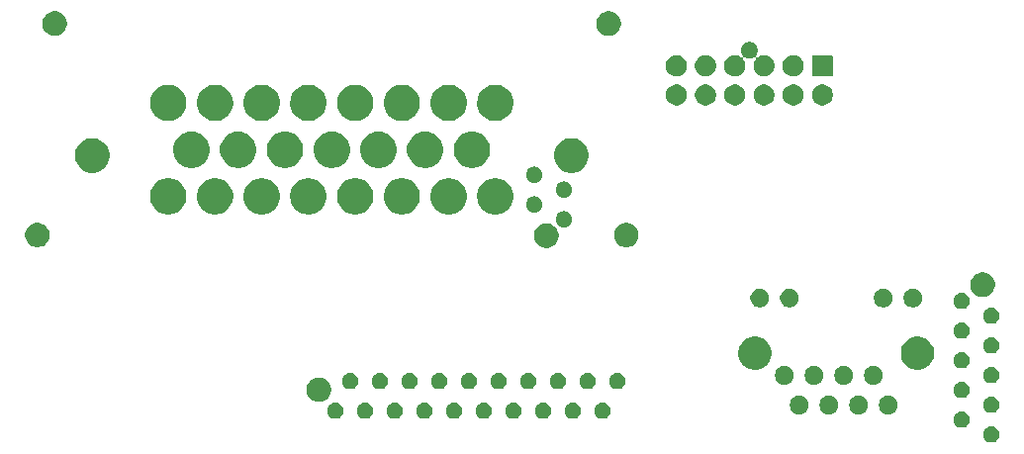
<source format=gbs>
G04 #@! TF.GenerationSoftware,KiCad,Pcbnew,5.0.2-bee76a0~70~ubuntu18.04.1*
G04 #@! TF.CreationDate,2019-05-02T23:38:40-04:00*
G04 #@! TF.ProjectId,DR_InterfaceBoard,44525f49-6e74-4657-9266-616365426f61,rev?*
G04 #@! TF.SameCoordinates,Original*
G04 #@! TF.FileFunction,Soldermask,Bot*
G04 #@! TF.FilePolarity,Negative*
%FSLAX46Y46*%
G04 Gerber Fmt 4.6, Leading zero omitted, Abs format (unit mm)*
G04 Created by KiCad (PCBNEW 5.0.2-bee76a0~70~ubuntu18.04.1) date Thu 02 May 2019 11:38:40 PM EDT*
%MOMM*%
%LPD*%
G01*
G04 APERTURE LIST*
%ADD10C,0.100000*%
G04 APERTURE END LIST*
D10*
G36*
X119711472Y-72858938D02*
X119839049Y-72911782D01*
X119953865Y-72988500D01*
X120051500Y-73086135D01*
X120128218Y-73200951D01*
X120181062Y-73328528D01*
X120208000Y-73463956D01*
X120208000Y-73602044D01*
X120181062Y-73737472D01*
X120128218Y-73865049D01*
X120051500Y-73979865D01*
X119953865Y-74077500D01*
X119839049Y-74154218D01*
X119711472Y-74207062D01*
X119576044Y-74234000D01*
X119437956Y-74234000D01*
X119302528Y-74207062D01*
X119174951Y-74154218D01*
X119060135Y-74077500D01*
X118962500Y-73979865D01*
X118885782Y-73865049D01*
X118832938Y-73737472D01*
X118806000Y-73602044D01*
X118806000Y-73463956D01*
X118832938Y-73328528D01*
X118885782Y-73200951D01*
X118962500Y-73086135D01*
X119060135Y-72988500D01*
X119174951Y-72911782D01*
X119302528Y-72858938D01*
X119437956Y-72832000D01*
X119576044Y-72832000D01*
X119711472Y-72858938D01*
X119711472Y-72858938D01*
G37*
G36*
X117171472Y-71588938D02*
X117299049Y-71641782D01*
X117413865Y-71718500D01*
X117511500Y-71816135D01*
X117588218Y-71930951D01*
X117641062Y-72058528D01*
X117668000Y-72193956D01*
X117668000Y-72332044D01*
X117641062Y-72467472D01*
X117588218Y-72595049D01*
X117511500Y-72709865D01*
X117413865Y-72807500D01*
X117299049Y-72884218D01*
X117171472Y-72937062D01*
X117036044Y-72964000D01*
X116897956Y-72964000D01*
X116762528Y-72937062D01*
X116634951Y-72884218D01*
X116520135Y-72807500D01*
X116422500Y-72709865D01*
X116345782Y-72595049D01*
X116292938Y-72467472D01*
X116266000Y-72332044D01*
X116266000Y-72193956D01*
X116292938Y-72058528D01*
X116345782Y-71930951D01*
X116422500Y-71816135D01*
X116520135Y-71718500D01*
X116634951Y-71641782D01*
X116762528Y-71588938D01*
X116897956Y-71562000D01*
X117036044Y-71562000D01*
X117171472Y-71588938D01*
X117171472Y-71588938D01*
G37*
G36*
X86437472Y-70826938D02*
X86565049Y-70879782D01*
X86679865Y-70956500D01*
X86777500Y-71054135D01*
X86854218Y-71168951D01*
X86907062Y-71296528D01*
X86934000Y-71431956D01*
X86934000Y-71570044D01*
X86907062Y-71705472D01*
X86854218Y-71833049D01*
X86777500Y-71947865D01*
X86679865Y-72045500D01*
X86565049Y-72122218D01*
X86437472Y-72175062D01*
X86302044Y-72202000D01*
X86163956Y-72202000D01*
X86028528Y-72175062D01*
X85900951Y-72122218D01*
X85786135Y-72045500D01*
X85688500Y-71947865D01*
X85611782Y-71833049D01*
X85558938Y-71705472D01*
X85532000Y-71570044D01*
X85532000Y-71431956D01*
X85558938Y-71296528D01*
X85611782Y-71168951D01*
X85688500Y-71054135D01*
X85786135Y-70956500D01*
X85900951Y-70879782D01*
X86028528Y-70826938D01*
X86163956Y-70800000D01*
X86302044Y-70800000D01*
X86437472Y-70826938D01*
X86437472Y-70826938D01*
G37*
G36*
X83897472Y-70826938D02*
X84025049Y-70879782D01*
X84139865Y-70956500D01*
X84237500Y-71054135D01*
X84314218Y-71168951D01*
X84367062Y-71296528D01*
X84394000Y-71431956D01*
X84394000Y-71570044D01*
X84367062Y-71705472D01*
X84314218Y-71833049D01*
X84237500Y-71947865D01*
X84139865Y-72045500D01*
X84025049Y-72122218D01*
X83897472Y-72175062D01*
X83762044Y-72202000D01*
X83623956Y-72202000D01*
X83488528Y-72175062D01*
X83360951Y-72122218D01*
X83246135Y-72045500D01*
X83148500Y-71947865D01*
X83071782Y-71833049D01*
X83018938Y-71705472D01*
X82992000Y-71570044D01*
X82992000Y-71431956D01*
X83018938Y-71296528D01*
X83071782Y-71168951D01*
X83148500Y-71054135D01*
X83246135Y-70956500D01*
X83360951Y-70879782D01*
X83488528Y-70826938D01*
X83623956Y-70800000D01*
X83762044Y-70800000D01*
X83897472Y-70826938D01*
X83897472Y-70826938D01*
G37*
G36*
X81357472Y-70826938D02*
X81485049Y-70879782D01*
X81599865Y-70956500D01*
X81697500Y-71054135D01*
X81774218Y-71168951D01*
X81827062Y-71296528D01*
X81854000Y-71431956D01*
X81854000Y-71570044D01*
X81827062Y-71705472D01*
X81774218Y-71833049D01*
X81697500Y-71947865D01*
X81599865Y-72045500D01*
X81485049Y-72122218D01*
X81357472Y-72175062D01*
X81222044Y-72202000D01*
X81083956Y-72202000D01*
X80948528Y-72175062D01*
X80820951Y-72122218D01*
X80706135Y-72045500D01*
X80608500Y-71947865D01*
X80531782Y-71833049D01*
X80478938Y-71705472D01*
X80452000Y-71570044D01*
X80452000Y-71431956D01*
X80478938Y-71296528D01*
X80531782Y-71168951D01*
X80608500Y-71054135D01*
X80706135Y-70956500D01*
X80820951Y-70879782D01*
X80948528Y-70826938D01*
X81083956Y-70800000D01*
X81222044Y-70800000D01*
X81357472Y-70826938D01*
X81357472Y-70826938D01*
G37*
G36*
X78817472Y-70826938D02*
X78945049Y-70879782D01*
X79059865Y-70956500D01*
X79157500Y-71054135D01*
X79234218Y-71168951D01*
X79287062Y-71296528D01*
X79314000Y-71431956D01*
X79314000Y-71570044D01*
X79287062Y-71705472D01*
X79234218Y-71833049D01*
X79157500Y-71947865D01*
X79059865Y-72045500D01*
X78945049Y-72122218D01*
X78817472Y-72175062D01*
X78682044Y-72202000D01*
X78543956Y-72202000D01*
X78408528Y-72175062D01*
X78280951Y-72122218D01*
X78166135Y-72045500D01*
X78068500Y-71947865D01*
X77991782Y-71833049D01*
X77938938Y-71705472D01*
X77912000Y-71570044D01*
X77912000Y-71431956D01*
X77938938Y-71296528D01*
X77991782Y-71168951D01*
X78068500Y-71054135D01*
X78166135Y-70956500D01*
X78280951Y-70879782D01*
X78408528Y-70826938D01*
X78543956Y-70800000D01*
X78682044Y-70800000D01*
X78817472Y-70826938D01*
X78817472Y-70826938D01*
G37*
G36*
X76277472Y-70826938D02*
X76405049Y-70879782D01*
X76519865Y-70956500D01*
X76617500Y-71054135D01*
X76694218Y-71168951D01*
X76747062Y-71296528D01*
X76774000Y-71431956D01*
X76774000Y-71570044D01*
X76747062Y-71705472D01*
X76694218Y-71833049D01*
X76617500Y-71947865D01*
X76519865Y-72045500D01*
X76405049Y-72122218D01*
X76277472Y-72175062D01*
X76142044Y-72202000D01*
X76003956Y-72202000D01*
X75868528Y-72175062D01*
X75740951Y-72122218D01*
X75626135Y-72045500D01*
X75528500Y-71947865D01*
X75451782Y-71833049D01*
X75398938Y-71705472D01*
X75372000Y-71570044D01*
X75372000Y-71431956D01*
X75398938Y-71296528D01*
X75451782Y-71168951D01*
X75528500Y-71054135D01*
X75626135Y-70956500D01*
X75740951Y-70879782D01*
X75868528Y-70826938D01*
X76003956Y-70800000D01*
X76142044Y-70800000D01*
X76277472Y-70826938D01*
X76277472Y-70826938D01*
G37*
G36*
X73737472Y-70826938D02*
X73865049Y-70879782D01*
X73979865Y-70956500D01*
X74077500Y-71054135D01*
X74154218Y-71168951D01*
X74207062Y-71296528D01*
X74234000Y-71431956D01*
X74234000Y-71570044D01*
X74207062Y-71705472D01*
X74154218Y-71833049D01*
X74077500Y-71947865D01*
X73979865Y-72045500D01*
X73865049Y-72122218D01*
X73737472Y-72175062D01*
X73602044Y-72202000D01*
X73463956Y-72202000D01*
X73328528Y-72175062D01*
X73200951Y-72122218D01*
X73086135Y-72045500D01*
X72988500Y-71947865D01*
X72911782Y-71833049D01*
X72858938Y-71705472D01*
X72832000Y-71570044D01*
X72832000Y-71431956D01*
X72858938Y-71296528D01*
X72911782Y-71168951D01*
X72988500Y-71054135D01*
X73086135Y-70956500D01*
X73200951Y-70879782D01*
X73328528Y-70826938D01*
X73463956Y-70800000D01*
X73602044Y-70800000D01*
X73737472Y-70826938D01*
X73737472Y-70826938D01*
G37*
G36*
X71197472Y-70826938D02*
X71325049Y-70879782D01*
X71439865Y-70956500D01*
X71537500Y-71054135D01*
X71614218Y-71168951D01*
X71667062Y-71296528D01*
X71694000Y-71431956D01*
X71694000Y-71570044D01*
X71667062Y-71705472D01*
X71614218Y-71833049D01*
X71537500Y-71947865D01*
X71439865Y-72045500D01*
X71325049Y-72122218D01*
X71197472Y-72175062D01*
X71062044Y-72202000D01*
X70923956Y-72202000D01*
X70788528Y-72175062D01*
X70660951Y-72122218D01*
X70546135Y-72045500D01*
X70448500Y-71947865D01*
X70371782Y-71833049D01*
X70318938Y-71705472D01*
X70292000Y-71570044D01*
X70292000Y-71431956D01*
X70318938Y-71296528D01*
X70371782Y-71168951D01*
X70448500Y-71054135D01*
X70546135Y-70956500D01*
X70660951Y-70879782D01*
X70788528Y-70826938D01*
X70923956Y-70800000D01*
X71062044Y-70800000D01*
X71197472Y-70826938D01*
X71197472Y-70826938D01*
G37*
G36*
X63577472Y-70826938D02*
X63705049Y-70879782D01*
X63819865Y-70956500D01*
X63917500Y-71054135D01*
X63994218Y-71168951D01*
X64047062Y-71296528D01*
X64074000Y-71431956D01*
X64074000Y-71570044D01*
X64047062Y-71705472D01*
X63994218Y-71833049D01*
X63917500Y-71947865D01*
X63819865Y-72045500D01*
X63705049Y-72122218D01*
X63577472Y-72175062D01*
X63442044Y-72202000D01*
X63303956Y-72202000D01*
X63168528Y-72175062D01*
X63040951Y-72122218D01*
X62926135Y-72045500D01*
X62828500Y-71947865D01*
X62751782Y-71833049D01*
X62698938Y-71705472D01*
X62672000Y-71570044D01*
X62672000Y-71431956D01*
X62698938Y-71296528D01*
X62751782Y-71168951D01*
X62828500Y-71054135D01*
X62926135Y-70956500D01*
X63040951Y-70879782D01*
X63168528Y-70826938D01*
X63303956Y-70800000D01*
X63442044Y-70800000D01*
X63577472Y-70826938D01*
X63577472Y-70826938D01*
G37*
G36*
X68657472Y-70826938D02*
X68785049Y-70879782D01*
X68899865Y-70956500D01*
X68997500Y-71054135D01*
X69074218Y-71168951D01*
X69127062Y-71296528D01*
X69154000Y-71431956D01*
X69154000Y-71570044D01*
X69127062Y-71705472D01*
X69074218Y-71833049D01*
X68997500Y-71947865D01*
X68899865Y-72045500D01*
X68785049Y-72122218D01*
X68657472Y-72175062D01*
X68522044Y-72202000D01*
X68383956Y-72202000D01*
X68248528Y-72175062D01*
X68120951Y-72122218D01*
X68006135Y-72045500D01*
X67908500Y-71947865D01*
X67831782Y-71833049D01*
X67778938Y-71705472D01*
X67752000Y-71570044D01*
X67752000Y-71431956D01*
X67778938Y-71296528D01*
X67831782Y-71168951D01*
X67908500Y-71054135D01*
X68006135Y-70956500D01*
X68120951Y-70879782D01*
X68248528Y-70826938D01*
X68383956Y-70800000D01*
X68522044Y-70800000D01*
X68657472Y-70826938D01*
X68657472Y-70826938D01*
G37*
G36*
X66117472Y-70826938D02*
X66245049Y-70879782D01*
X66359865Y-70956500D01*
X66457500Y-71054135D01*
X66534218Y-71168951D01*
X66587062Y-71296528D01*
X66614000Y-71431956D01*
X66614000Y-71570044D01*
X66587062Y-71705472D01*
X66534218Y-71833049D01*
X66457500Y-71947865D01*
X66359865Y-72045500D01*
X66245049Y-72122218D01*
X66117472Y-72175062D01*
X65982044Y-72202000D01*
X65843956Y-72202000D01*
X65708528Y-72175062D01*
X65580951Y-72122218D01*
X65466135Y-72045500D01*
X65368500Y-71947865D01*
X65291782Y-71833049D01*
X65238938Y-71705472D01*
X65212000Y-71570044D01*
X65212000Y-71431956D01*
X65238938Y-71296528D01*
X65291782Y-71168951D01*
X65368500Y-71054135D01*
X65466135Y-70956500D01*
X65580951Y-70879782D01*
X65708528Y-70826938D01*
X65843956Y-70800000D01*
X65982044Y-70800000D01*
X66117472Y-70826938D01*
X66117472Y-70826938D01*
G37*
G36*
X103298643Y-70248781D02*
X103444415Y-70309162D01*
X103575611Y-70396824D01*
X103687176Y-70508389D01*
X103774838Y-70639585D01*
X103835219Y-70785357D01*
X103866000Y-70940107D01*
X103866000Y-71097893D01*
X103835219Y-71252643D01*
X103774838Y-71398415D01*
X103687176Y-71529611D01*
X103575611Y-71641176D01*
X103444415Y-71728838D01*
X103298643Y-71789219D01*
X103143893Y-71820000D01*
X102986107Y-71820000D01*
X102831357Y-71789219D01*
X102685585Y-71728838D01*
X102554389Y-71641176D01*
X102442824Y-71529611D01*
X102355162Y-71398415D01*
X102294781Y-71252643D01*
X102264000Y-71097893D01*
X102264000Y-70940107D01*
X102294781Y-70785357D01*
X102355162Y-70639585D01*
X102442824Y-70508389D01*
X102554389Y-70396824D01*
X102685585Y-70309162D01*
X102831357Y-70248781D01*
X102986107Y-70218000D01*
X103143893Y-70218000D01*
X103298643Y-70248781D01*
X103298643Y-70248781D01*
G37*
G36*
X105838643Y-70248781D02*
X105984415Y-70309162D01*
X106115611Y-70396824D01*
X106227176Y-70508389D01*
X106314838Y-70639585D01*
X106375219Y-70785357D01*
X106406000Y-70940107D01*
X106406000Y-71097893D01*
X106375219Y-71252643D01*
X106314838Y-71398415D01*
X106227176Y-71529611D01*
X106115611Y-71641176D01*
X105984415Y-71728838D01*
X105838643Y-71789219D01*
X105683893Y-71820000D01*
X105526107Y-71820000D01*
X105371357Y-71789219D01*
X105225585Y-71728838D01*
X105094389Y-71641176D01*
X104982824Y-71529611D01*
X104895162Y-71398415D01*
X104834781Y-71252643D01*
X104804000Y-71097893D01*
X104804000Y-70940107D01*
X104834781Y-70785357D01*
X104895162Y-70639585D01*
X104982824Y-70508389D01*
X105094389Y-70396824D01*
X105225585Y-70309162D01*
X105371357Y-70248781D01*
X105526107Y-70218000D01*
X105683893Y-70218000D01*
X105838643Y-70248781D01*
X105838643Y-70248781D01*
G37*
G36*
X110918643Y-70248781D02*
X111064415Y-70309162D01*
X111195611Y-70396824D01*
X111307176Y-70508389D01*
X111394838Y-70639585D01*
X111455219Y-70785357D01*
X111486000Y-70940107D01*
X111486000Y-71097893D01*
X111455219Y-71252643D01*
X111394838Y-71398415D01*
X111307176Y-71529611D01*
X111195611Y-71641176D01*
X111064415Y-71728838D01*
X110918643Y-71789219D01*
X110763893Y-71820000D01*
X110606107Y-71820000D01*
X110451357Y-71789219D01*
X110305585Y-71728838D01*
X110174389Y-71641176D01*
X110062824Y-71529611D01*
X109975162Y-71398415D01*
X109914781Y-71252643D01*
X109884000Y-71097893D01*
X109884000Y-70940107D01*
X109914781Y-70785357D01*
X109975162Y-70639585D01*
X110062824Y-70508389D01*
X110174389Y-70396824D01*
X110305585Y-70309162D01*
X110451357Y-70248781D01*
X110606107Y-70218000D01*
X110763893Y-70218000D01*
X110918643Y-70248781D01*
X110918643Y-70248781D01*
G37*
G36*
X108378643Y-70248781D02*
X108524415Y-70309162D01*
X108655611Y-70396824D01*
X108767176Y-70508389D01*
X108854838Y-70639585D01*
X108915219Y-70785357D01*
X108946000Y-70940107D01*
X108946000Y-71097893D01*
X108915219Y-71252643D01*
X108854838Y-71398415D01*
X108767176Y-71529611D01*
X108655611Y-71641176D01*
X108524415Y-71728838D01*
X108378643Y-71789219D01*
X108223893Y-71820000D01*
X108066107Y-71820000D01*
X107911357Y-71789219D01*
X107765585Y-71728838D01*
X107634389Y-71641176D01*
X107522824Y-71529611D01*
X107435162Y-71398415D01*
X107374781Y-71252643D01*
X107344000Y-71097893D01*
X107344000Y-70940107D01*
X107374781Y-70785357D01*
X107435162Y-70639585D01*
X107522824Y-70508389D01*
X107634389Y-70396824D01*
X107765585Y-70309162D01*
X107911357Y-70248781D01*
X108066107Y-70218000D01*
X108223893Y-70218000D01*
X108378643Y-70248781D01*
X108378643Y-70248781D01*
G37*
G36*
X119711472Y-70318938D02*
X119839049Y-70371782D01*
X119953865Y-70448500D01*
X120051500Y-70546135D01*
X120128218Y-70660951D01*
X120181062Y-70788528D01*
X120208000Y-70923956D01*
X120208000Y-71062044D01*
X120181062Y-71197472D01*
X120128218Y-71325049D01*
X120051500Y-71439865D01*
X119953865Y-71537500D01*
X119839049Y-71614218D01*
X119711472Y-71667062D01*
X119576044Y-71694000D01*
X119437956Y-71694000D01*
X119302528Y-71667062D01*
X119174951Y-71614218D01*
X119060135Y-71537500D01*
X118962500Y-71439865D01*
X118885782Y-71325049D01*
X118832938Y-71197472D01*
X118806000Y-71062044D01*
X118806000Y-70923956D01*
X118832938Y-70788528D01*
X118885782Y-70660951D01*
X118962500Y-70546135D01*
X119060135Y-70448500D01*
X119174951Y-70371782D01*
X119302528Y-70318938D01*
X119437956Y-70292000D01*
X119576044Y-70292000D01*
X119711472Y-70318938D01*
X119711472Y-70318938D01*
G37*
G36*
X62279565Y-68690389D02*
X62470834Y-68769615D01*
X62642976Y-68884637D01*
X62789363Y-69031024D01*
X62904385Y-69203166D01*
X62983611Y-69394435D01*
X63024000Y-69597484D01*
X63024000Y-69804516D01*
X62983611Y-70007565D01*
X62904385Y-70198834D01*
X62789363Y-70370976D01*
X62642976Y-70517363D01*
X62470834Y-70632385D01*
X62279565Y-70711611D01*
X62076516Y-70752000D01*
X61869484Y-70752000D01*
X61666435Y-70711611D01*
X61475166Y-70632385D01*
X61303024Y-70517363D01*
X61156637Y-70370976D01*
X61041615Y-70198834D01*
X60962389Y-70007565D01*
X60922000Y-69804516D01*
X60922000Y-69597484D01*
X60962389Y-69394435D01*
X61041615Y-69203166D01*
X61156637Y-69031024D01*
X61303024Y-68884637D01*
X61475166Y-68769615D01*
X61666435Y-68690389D01*
X61869484Y-68650000D01*
X62076516Y-68650000D01*
X62279565Y-68690389D01*
X62279565Y-68690389D01*
G37*
G36*
X117171472Y-69048938D02*
X117299049Y-69101782D01*
X117413865Y-69178500D01*
X117511500Y-69276135D01*
X117588218Y-69390951D01*
X117641062Y-69518528D01*
X117668000Y-69653956D01*
X117668000Y-69792044D01*
X117641062Y-69927472D01*
X117588218Y-70055049D01*
X117511500Y-70169865D01*
X117413865Y-70267500D01*
X117299049Y-70344218D01*
X117171472Y-70397062D01*
X117036044Y-70424000D01*
X116897956Y-70424000D01*
X116762528Y-70397062D01*
X116634951Y-70344218D01*
X116520135Y-70267500D01*
X116422500Y-70169865D01*
X116345782Y-70055049D01*
X116292938Y-69927472D01*
X116266000Y-69792044D01*
X116266000Y-69653956D01*
X116292938Y-69518528D01*
X116345782Y-69390951D01*
X116422500Y-69276135D01*
X116520135Y-69178500D01*
X116634951Y-69101782D01*
X116762528Y-69048938D01*
X116897956Y-69022000D01*
X117036044Y-69022000D01*
X117171472Y-69048938D01*
X117171472Y-69048938D01*
G37*
G36*
X72467472Y-68286938D02*
X72595049Y-68339782D01*
X72709865Y-68416500D01*
X72807500Y-68514135D01*
X72884218Y-68628951D01*
X72937062Y-68756528D01*
X72964000Y-68891956D01*
X72964000Y-69030044D01*
X72937062Y-69165472D01*
X72884218Y-69293049D01*
X72807500Y-69407865D01*
X72709865Y-69505500D01*
X72595049Y-69582218D01*
X72467472Y-69635062D01*
X72332044Y-69662000D01*
X72193956Y-69662000D01*
X72058528Y-69635062D01*
X71930951Y-69582218D01*
X71816135Y-69505500D01*
X71718500Y-69407865D01*
X71641782Y-69293049D01*
X71588938Y-69165472D01*
X71562000Y-69030044D01*
X71562000Y-68891956D01*
X71588938Y-68756528D01*
X71641782Y-68628951D01*
X71718500Y-68514135D01*
X71816135Y-68416500D01*
X71930951Y-68339782D01*
X72058528Y-68286938D01*
X72193956Y-68260000D01*
X72332044Y-68260000D01*
X72467472Y-68286938D01*
X72467472Y-68286938D01*
G37*
G36*
X64847472Y-68286938D02*
X64975049Y-68339782D01*
X65089865Y-68416500D01*
X65187500Y-68514135D01*
X65264218Y-68628951D01*
X65317062Y-68756528D01*
X65344000Y-68891956D01*
X65344000Y-69030044D01*
X65317062Y-69165472D01*
X65264218Y-69293049D01*
X65187500Y-69407865D01*
X65089865Y-69505500D01*
X64975049Y-69582218D01*
X64847472Y-69635062D01*
X64712044Y-69662000D01*
X64573956Y-69662000D01*
X64438528Y-69635062D01*
X64310951Y-69582218D01*
X64196135Y-69505500D01*
X64098500Y-69407865D01*
X64021782Y-69293049D01*
X63968938Y-69165472D01*
X63942000Y-69030044D01*
X63942000Y-68891956D01*
X63968938Y-68756528D01*
X64021782Y-68628951D01*
X64098500Y-68514135D01*
X64196135Y-68416500D01*
X64310951Y-68339782D01*
X64438528Y-68286938D01*
X64573956Y-68260000D01*
X64712044Y-68260000D01*
X64847472Y-68286938D01*
X64847472Y-68286938D01*
G37*
G36*
X67387472Y-68286938D02*
X67515049Y-68339782D01*
X67629865Y-68416500D01*
X67727500Y-68514135D01*
X67804218Y-68628951D01*
X67857062Y-68756528D01*
X67884000Y-68891956D01*
X67884000Y-69030044D01*
X67857062Y-69165472D01*
X67804218Y-69293049D01*
X67727500Y-69407865D01*
X67629865Y-69505500D01*
X67515049Y-69582218D01*
X67387472Y-69635062D01*
X67252044Y-69662000D01*
X67113956Y-69662000D01*
X66978528Y-69635062D01*
X66850951Y-69582218D01*
X66736135Y-69505500D01*
X66638500Y-69407865D01*
X66561782Y-69293049D01*
X66508938Y-69165472D01*
X66482000Y-69030044D01*
X66482000Y-68891956D01*
X66508938Y-68756528D01*
X66561782Y-68628951D01*
X66638500Y-68514135D01*
X66736135Y-68416500D01*
X66850951Y-68339782D01*
X66978528Y-68286938D01*
X67113956Y-68260000D01*
X67252044Y-68260000D01*
X67387472Y-68286938D01*
X67387472Y-68286938D01*
G37*
G36*
X69927472Y-68286938D02*
X70055049Y-68339782D01*
X70169865Y-68416500D01*
X70267500Y-68514135D01*
X70344218Y-68628951D01*
X70397062Y-68756528D01*
X70424000Y-68891956D01*
X70424000Y-69030044D01*
X70397062Y-69165472D01*
X70344218Y-69293049D01*
X70267500Y-69407865D01*
X70169865Y-69505500D01*
X70055049Y-69582218D01*
X69927472Y-69635062D01*
X69792044Y-69662000D01*
X69653956Y-69662000D01*
X69518528Y-69635062D01*
X69390951Y-69582218D01*
X69276135Y-69505500D01*
X69178500Y-69407865D01*
X69101782Y-69293049D01*
X69048938Y-69165472D01*
X69022000Y-69030044D01*
X69022000Y-68891956D01*
X69048938Y-68756528D01*
X69101782Y-68628951D01*
X69178500Y-68514135D01*
X69276135Y-68416500D01*
X69390951Y-68339782D01*
X69518528Y-68286938D01*
X69653956Y-68260000D01*
X69792044Y-68260000D01*
X69927472Y-68286938D01*
X69927472Y-68286938D01*
G37*
G36*
X75007472Y-68286938D02*
X75135049Y-68339782D01*
X75249865Y-68416500D01*
X75347500Y-68514135D01*
X75424218Y-68628951D01*
X75477062Y-68756528D01*
X75504000Y-68891956D01*
X75504000Y-69030044D01*
X75477062Y-69165472D01*
X75424218Y-69293049D01*
X75347500Y-69407865D01*
X75249865Y-69505500D01*
X75135049Y-69582218D01*
X75007472Y-69635062D01*
X74872044Y-69662000D01*
X74733956Y-69662000D01*
X74598528Y-69635062D01*
X74470951Y-69582218D01*
X74356135Y-69505500D01*
X74258500Y-69407865D01*
X74181782Y-69293049D01*
X74128938Y-69165472D01*
X74102000Y-69030044D01*
X74102000Y-68891956D01*
X74128938Y-68756528D01*
X74181782Y-68628951D01*
X74258500Y-68514135D01*
X74356135Y-68416500D01*
X74470951Y-68339782D01*
X74598528Y-68286938D01*
X74733956Y-68260000D01*
X74872044Y-68260000D01*
X75007472Y-68286938D01*
X75007472Y-68286938D01*
G37*
G36*
X80087472Y-68286938D02*
X80215049Y-68339782D01*
X80329865Y-68416500D01*
X80427500Y-68514135D01*
X80504218Y-68628951D01*
X80557062Y-68756528D01*
X80584000Y-68891956D01*
X80584000Y-69030044D01*
X80557062Y-69165472D01*
X80504218Y-69293049D01*
X80427500Y-69407865D01*
X80329865Y-69505500D01*
X80215049Y-69582218D01*
X80087472Y-69635062D01*
X79952044Y-69662000D01*
X79813956Y-69662000D01*
X79678528Y-69635062D01*
X79550951Y-69582218D01*
X79436135Y-69505500D01*
X79338500Y-69407865D01*
X79261782Y-69293049D01*
X79208938Y-69165472D01*
X79182000Y-69030044D01*
X79182000Y-68891956D01*
X79208938Y-68756528D01*
X79261782Y-68628951D01*
X79338500Y-68514135D01*
X79436135Y-68416500D01*
X79550951Y-68339782D01*
X79678528Y-68286938D01*
X79813956Y-68260000D01*
X79952044Y-68260000D01*
X80087472Y-68286938D01*
X80087472Y-68286938D01*
G37*
G36*
X82627472Y-68286938D02*
X82755049Y-68339782D01*
X82869865Y-68416500D01*
X82967500Y-68514135D01*
X83044218Y-68628951D01*
X83097062Y-68756528D01*
X83124000Y-68891956D01*
X83124000Y-69030044D01*
X83097062Y-69165472D01*
X83044218Y-69293049D01*
X82967500Y-69407865D01*
X82869865Y-69505500D01*
X82755049Y-69582218D01*
X82627472Y-69635062D01*
X82492044Y-69662000D01*
X82353956Y-69662000D01*
X82218528Y-69635062D01*
X82090951Y-69582218D01*
X81976135Y-69505500D01*
X81878500Y-69407865D01*
X81801782Y-69293049D01*
X81748938Y-69165472D01*
X81722000Y-69030044D01*
X81722000Y-68891956D01*
X81748938Y-68756528D01*
X81801782Y-68628951D01*
X81878500Y-68514135D01*
X81976135Y-68416500D01*
X82090951Y-68339782D01*
X82218528Y-68286938D01*
X82353956Y-68260000D01*
X82492044Y-68260000D01*
X82627472Y-68286938D01*
X82627472Y-68286938D01*
G37*
G36*
X85167472Y-68286938D02*
X85295049Y-68339782D01*
X85409865Y-68416500D01*
X85507500Y-68514135D01*
X85584218Y-68628951D01*
X85637062Y-68756528D01*
X85664000Y-68891956D01*
X85664000Y-69030044D01*
X85637062Y-69165472D01*
X85584218Y-69293049D01*
X85507500Y-69407865D01*
X85409865Y-69505500D01*
X85295049Y-69582218D01*
X85167472Y-69635062D01*
X85032044Y-69662000D01*
X84893956Y-69662000D01*
X84758528Y-69635062D01*
X84630951Y-69582218D01*
X84516135Y-69505500D01*
X84418500Y-69407865D01*
X84341782Y-69293049D01*
X84288938Y-69165472D01*
X84262000Y-69030044D01*
X84262000Y-68891956D01*
X84288938Y-68756528D01*
X84341782Y-68628951D01*
X84418500Y-68514135D01*
X84516135Y-68416500D01*
X84630951Y-68339782D01*
X84758528Y-68286938D01*
X84893956Y-68260000D01*
X85032044Y-68260000D01*
X85167472Y-68286938D01*
X85167472Y-68286938D01*
G37*
G36*
X87707472Y-68286938D02*
X87835049Y-68339782D01*
X87949865Y-68416500D01*
X88047500Y-68514135D01*
X88124218Y-68628951D01*
X88177062Y-68756528D01*
X88204000Y-68891956D01*
X88204000Y-69030044D01*
X88177062Y-69165472D01*
X88124218Y-69293049D01*
X88047500Y-69407865D01*
X87949865Y-69505500D01*
X87835049Y-69582218D01*
X87707472Y-69635062D01*
X87572044Y-69662000D01*
X87433956Y-69662000D01*
X87298528Y-69635062D01*
X87170951Y-69582218D01*
X87056135Y-69505500D01*
X86958500Y-69407865D01*
X86881782Y-69293049D01*
X86828938Y-69165472D01*
X86802000Y-69030044D01*
X86802000Y-68891956D01*
X86828938Y-68756528D01*
X86881782Y-68628951D01*
X86958500Y-68514135D01*
X87056135Y-68416500D01*
X87170951Y-68339782D01*
X87298528Y-68286938D01*
X87433956Y-68260000D01*
X87572044Y-68260000D01*
X87707472Y-68286938D01*
X87707472Y-68286938D01*
G37*
G36*
X77547472Y-68286938D02*
X77675049Y-68339782D01*
X77789865Y-68416500D01*
X77887500Y-68514135D01*
X77964218Y-68628951D01*
X78017062Y-68756528D01*
X78044000Y-68891956D01*
X78044000Y-69030044D01*
X78017062Y-69165472D01*
X77964218Y-69293049D01*
X77887500Y-69407865D01*
X77789865Y-69505500D01*
X77675049Y-69582218D01*
X77547472Y-69635062D01*
X77412044Y-69662000D01*
X77273956Y-69662000D01*
X77138528Y-69635062D01*
X77010951Y-69582218D01*
X76896135Y-69505500D01*
X76798500Y-69407865D01*
X76721782Y-69293049D01*
X76668938Y-69165472D01*
X76642000Y-69030044D01*
X76642000Y-68891956D01*
X76668938Y-68756528D01*
X76721782Y-68628951D01*
X76798500Y-68514135D01*
X76896135Y-68416500D01*
X77010951Y-68339782D01*
X77138528Y-68286938D01*
X77273956Y-68260000D01*
X77412044Y-68260000D01*
X77547472Y-68286938D01*
X77547472Y-68286938D01*
G37*
G36*
X107108643Y-67708781D02*
X107254415Y-67769162D01*
X107385611Y-67856824D01*
X107497176Y-67968389D01*
X107584838Y-68099585D01*
X107645219Y-68245357D01*
X107676000Y-68400107D01*
X107676000Y-68557893D01*
X107645219Y-68712643D01*
X107584838Y-68858415D01*
X107497176Y-68989611D01*
X107385611Y-69101176D01*
X107254415Y-69188838D01*
X107108643Y-69249219D01*
X106953893Y-69280000D01*
X106796107Y-69280000D01*
X106641357Y-69249219D01*
X106495585Y-69188838D01*
X106364389Y-69101176D01*
X106252824Y-68989611D01*
X106165162Y-68858415D01*
X106104781Y-68712643D01*
X106074000Y-68557893D01*
X106074000Y-68400107D01*
X106104781Y-68245357D01*
X106165162Y-68099585D01*
X106252824Y-67968389D01*
X106364389Y-67856824D01*
X106495585Y-67769162D01*
X106641357Y-67708781D01*
X106796107Y-67678000D01*
X106953893Y-67678000D01*
X107108643Y-67708781D01*
X107108643Y-67708781D01*
G37*
G36*
X109648643Y-67708781D02*
X109794415Y-67769162D01*
X109925611Y-67856824D01*
X110037176Y-67968389D01*
X110124838Y-68099585D01*
X110185219Y-68245357D01*
X110216000Y-68400107D01*
X110216000Y-68557893D01*
X110185219Y-68712643D01*
X110124838Y-68858415D01*
X110037176Y-68989611D01*
X109925611Y-69101176D01*
X109794415Y-69188838D01*
X109648643Y-69249219D01*
X109493893Y-69280000D01*
X109336107Y-69280000D01*
X109181357Y-69249219D01*
X109035585Y-69188838D01*
X108904389Y-69101176D01*
X108792824Y-68989611D01*
X108705162Y-68858415D01*
X108644781Y-68712643D01*
X108614000Y-68557893D01*
X108614000Y-68400107D01*
X108644781Y-68245357D01*
X108705162Y-68099585D01*
X108792824Y-67968389D01*
X108904389Y-67856824D01*
X109035585Y-67769162D01*
X109181357Y-67708781D01*
X109336107Y-67678000D01*
X109493893Y-67678000D01*
X109648643Y-67708781D01*
X109648643Y-67708781D01*
G37*
G36*
X102028643Y-67708781D02*
X102174415Y-67769162D01*
X102305611Y-67856824D01*
X102417176Y-67968389D01*
X102504838Y-68099585D01*
X102565219Y-68245357D01*
X102596000Y-68400107D01*
X102596000Y-68557893D01*
X102565219Y-68712643D01*
X102504838Y-68858415D01*
X102417176Y-68989611D01*
X102305611Y-69101176D01*
X102174415Y-69188838D01*
X102028643Y-69249219D01*
X101873893Y-69280000D01*
X101716107Y-69280000D01*
X101561357Y-69249219D01*
X101415585Y-69188838D01*
X101284389Y-69101176D01*
X101172824Y-68989611D01*
X101085162Y-68858415D01*
X101024781Y-68712643D01*
X100994000Y-68557893D01*
X100994000Y-68400107D01*
X101024781Y-68245357D01*
X101085162Y-68099585D01*
X101172824Y-67968389D01*
X101284389Y-67856824D01*
X101415585Y-67769162D01*
X101561357Y-67708781D01*
X101716107Y-67678000D01*
X101873893Y-67678000D01*
X102028643Y-67708781D01*
X102028643Y-67708781D01*
G37*
G36*
X104568643Y-67708781D02*
X104714415Y-67769162D01*
X104845611Y-67856824D01*
X104957176Y-67968389D01*
X105044838Y-68099585D01*
X105105219Y-68245357D01*
X105136000Y-68400107D01*
X105136000Y-68557893D01*
X105105219Y-68712643D01*
X105044838Y-68858415D01*
X104957176Y-68989611D01*
X104845611Y-69101176D01*
X104714415Y-69188838D01*
X104568643Y-69249219D01*
X104413893Y-69280000D01*
X104256107Y-69280000D01*
X104101357Y-69249219D01*
X103955585Y-69188838D01*
X103824389Y-69101176D01*
X103712824Y-68989611D01*
X103625162Y-68858415D01*
X103564781Y-68712643D01*
X103534000Y-68557893D01*
X103534000Y-68400107D01*
X103564781Y-68245357D01*
X103625162Y-68099585D01*
X103712824Y-67968389D01*
X103824389Y-67856824D01*
X103955585Y-67769162D01*
X104101357Y-67708781D01*
X104256107Y-67678000D01*
X104413893Y-67678000D01*
X104568643Y-67708781D01*
X104568643Y-67708781D01*
G37*
G36*
X119711472Y-67778938D02*
X119839049Y-67831782D01*
X119953865Y-67908500D01*
X120051500Y-68006135D01*
X120128218Y-68120951D01*
X120181062Y-68248528D01*
X120208000Y-68383956D01*
X120208000Y-68522044D01*
X120181062Y-68657472D01*
X120128218Y-68785049D01*
X120051500Y-68899865D01*
X119953865Y-68997500D01*
X119839049Y-69074218D01*
X119711472Y-69127062D01*
X119576044Y-69154000D01*
X119437956Y-69154000D01*
X119302528Y-69127062D01*
X119174951Y-69074218D01*
X119060135Y-68997500D01*
X118962500Y-68899865D01*
X118885782Y-68785049D01*
X118832938Y-68657472D01*
X118806000Y-68522044D01*
X118806000Y-68383956D01*
X118832938Y-68248528D01*
X118885782Y-68120951D01*
X118962500Y-68006135D01*
X119060135Y-67908500D01*
X119174951Y-67831782D01*
X119302528Y-67778938D01*
X119437956Y-67752000D01*
X119576044Y-67752000D01*
X119711472Y-67778938D01*
X119711472Y-67778938D01*
G37*
G36*
X113610949Y-65227800D02*
X113870463Y-65335294D01*
X114104025Y-65491355D01*
X114302645Y-65689975D01*
X114458706Y-65923537D01*
X114566200Y-66183051D01*
X114621000Y-66458550D01*
X114621000Y-66739450D01*
X114566200Y-67014949D01*
X114458706Y-67274463D01*
X114302645Y-67508025D01*
X114104025Y-67706645D01*
X113870463Y-67862706D01*
X113610949Y-67970200D01*
X113335450Y-68025000D01*
X113054550Y-68025000D01*
X112779051Y-67970200D01*
X112519537Y-67862706D01*
X112285975Y-67706645D01*
X112087355Y-67508025D01*
X111931294Y-67274463D01*
X111823800Y-67014949D01*
X111769000Y-66739450D01*
X111769000Y-66458550D01*
X111823800Y-66183051D01*
X111931294Y-65923537D01*
X112087355Y-65689975D01*
X112285975Y-65491355D01*
X112519537Y-65335294D01*
X112779051Y-65227800D01*
X113054550Y-65173000D01*
X113335450Y-65173000D01*
X113610949Y-65227800D01*
X113610949Y-65227800D01*
G37*
G36*
X99710949Y-65227800D02*
X99970463Y-65335294D01*
X100204025Y-65491355D01*
X100402645Y-65689975D01*
X100558706Y-65923537D01*
X100666200Y-66183051D01*
X100721000Y-66458550D01*
X100721000Y-66739450D01*
X100666200Y-67014949D01*
X100558706Y-67274463D01*
X100402645Y-67508025D01*
X100204025Y-67706645D01*
X99970463Y-67862706D01*
X99710949Y-67970200D01*
X99435450Y-68025000D01*
X99154550Y-68025000D01*
X98879051Y-67970200D01*
X98619537Y-67862706D01*
X98385975Y-67706645D01*
X98187355Y-67508025D01*
X98031294Y-67274463D01*
X97923800Y-67014949D01*
X97869000Y-66739450D01*
X97869000Y-66458550D01*
X97923800Y-66183051D01*
X98031294Y-65923537D01*
X98187355Y-65689975D01*
X98385975Y-65491355D01*
X98619537Y-65335294D01*
X98879051Y-65227800D01*
X99154550Y-65173000D01*
X99435450Y-65173000D01*
X99710949Y-65227800D01*
X99710949Y-65227800D01*
G37*
G36*
X117171472Y-66508938D02*
X117299049Y-66561782D01*
X117413865Y-66638500D01*
X117511500Y-66736135D01*
X117588218Y-66850951D01*
X117641062Y-66978528D01*
X117668000Y-67113956D01*
X117668000Y-67252044D01*
X117641062Y-67387472D01*
X117588218Y-67515049D01*
X117511500Y-67629865D01*
X117413865Y-67727500D01*
X117299049Y-67804218D01*
X117171472Y-67857062D01*
X117036044Y-67884000D01*
X116897956Y-67884000D01*
X116762528Y-67857062D01*
X116634951Y-67804218D01*
X116520135Y-67727500D01*
X116422500Y-67629865D01*
X116345782Y-67515049D01*
X116292938Y-67387472D01*
X116266000Y-67252044D01*
X116266000Y-67113956D01*
X116292938Y-66978528D01*
X116345782Y-66850951D01*
X116422500Y-66736135D01*
X116520135Y-66638500D01*
X116634951Y-66561782D01*
X116762528Y-66508938D01*
X116897956Y-66482000D01*
X117036044Y-66482000D01*
X117171472Y-66508938D01*
X117171472Y-66508938D01*
G37*
G36*
X119711472Y-65238938D02*
X119839049Y-65291782D01*
X119953865Y-65368500D01*
X120051500Y-65466135D01*
X120128218Y-65580951D01*
X120181062Y-65708528D01*
X120208000Y-65843956D01*
X120208000Y-65982044D01*
X120181062Y-66117472D01*
X120128218Y-66245049D01*
X120051500Y-66359865D01*
X119953865Y-66457500D01*
X119839049Y-66534218D01*
X119711472Y-66587062D01*
X119576044Y-66614000D01*
X119437956Y-66614000D01*
X119302528Y-66587062D01*
X119174951Y-66534218D01*
X119060135Y-66457500D01*
X118962500Y-66359865D01*
X118885782Y-66245049D01*
X118832938Y-66117472D01*
X118806000Y-65982044D01*
X118806000Y-65843956D01*
X118832938Y-65708528D01*
X118885782Y-65580951D01*
X118962500Y-65466135D01*
X119060135Y-65368500D01*
X119174951Y-65291782D01*
X119302528Y-65238938D01*
X119437956Y-65212000D01*
X119576044Y-65212000D01*
X119711472Y-65238938D01*
X119711472Y-65238938D01*
G37*
G36*
X117171472Y-63968938D02*
X117299049Y-64021782D01*
X117413865Y-64098500D01*
X117511500Y-64196135D01*
X117588218Y-64310951D01*
X117641062Y-64438528D01*
X117668000Y-64573956D01*
X117668000Y-64712044D01*
X117641062Y-64847472D01*
X117588218Y-64975049D01*
X117511500Y-65089865D01*
X117413865Y-65187500D01*
X117299049Y-65264218D01*
X117171472Y-65317062D01*
X117036044Y-65344000D01*
X116897956Y-65344000D01*
X116762528Y-65317062D01*
X116634951Y-65264218D01*
X116520135Y-65187500D01*
X116422500Y-65089865D01*
X116345782Y-64975049D01*
X116292938Y-64847472D01*
X116266000Y-64712044D01*
X116266000Y-64573956D01*
X116292938Y-64438528D01*
X116345782Y-64310951D01*
X116422500Y-64196135D01*
X116520135Y-64098500D01*
X116634951Y-64021782D01*
X116762528Y-63968938D01*
X116897956Y-63942000D01*
X117036044Y-63942000D01*
X117171472Y-63968938D01*
X117171472Y-63968938D01*
G37*
G36*
X119711472Y-62698938D02*
X119839049Y-62751782D01*
X119953865Y-62828500D01*
X120051500Y-62926135D01*
X120128218Y-63040951D01*
X120181062Y-63168528D01*
X120208000Y-63303956D01*
X120208000Y-63442044D01*
X120181062Y-63577472D01*
X120128218Y-63705049D01*
X120051500Y-63819865D01*
X119953865Y-63917500D01*
X119839049Y-63994218D01*
X119711472Y-64047062D01*
X119576044Y-64074000D01*
X119437956Y-64074000D01*
X119302528Y-64047062D01*
X119174951Y-63994218D01*
X119060135Y-63917500D01*
X118962500Y-63819865D01*
X118885782Y-63705049D01*
X118832938Y-63577472D01*
X118806000Y-63442044D01*
X118806000Y-63303956D01*
X118832938Y-63168528D01*
X118885782Y-63040951D01*
X118962500Y-62926135D01*
X119060135Y-62828500D01*
X119174951Y-62751782D01*
X119302528Y-62698938D01*
X119437956Y-62672000D01*
X119576044Y-62672000D01*
X119711472Y-62698938D01*
X119711472Y-62698938D01*
G37*
G36*
X117171472Y-61428938D02*
X117299049Y-61481782D01*
X117413865Y-61558500D01*
X117511500Y-61656135D01*
X117588218Y-61770951D01*
X117641062Y-61898528D01*
X117668000Y-62033956D01*
X117668000Y-62172044D01*
X117641062Y-62307472D01*
X117588218Y-62435049D01*
X117511500Y-62549865D01*
X117413865Y-62647500D01*
X117299049Y-62724218D01*
X117171472Y-62777062D01*
X117036044Y-62804000D01*
X116897956Y-62804000D01*
X116762528Y-62777062D01*
X116634951Y-62724218D01*
X116520135Y-62647500D01*
X116422500Y-62549865D01*
X116345782Y-62435049D01*
X116292938Y-62307472D01*
X116266000Y-62172044D01*
X116266000Y-62033956D01*
X116292938Y-61898528D01*
X116345782Y-61770951D01*
X116422500Y-61656135D01*
X116520135Y-61558500D01*
X116634951Y-61481782D01*
X116762528Y-61428938D01*
X116897956Y-61402000D01*
X117036044Y-61402000D01*
X117171472Y-61428938D01*
X117171472Y-61428938D01*
G37*
G36*
X113028643Y-61078781D02*
X113174415Y-61139162D01*
X113305611Y-61226824D01*
X113417176Y-61338389D01*
X113504838Y-61469585D01*
X113565219Y-61615357D01*
X113596000Y-61770107D01*
X113596000Y-61927893D01*
X113565219Y-62082643D01*
X113504838Y-62228415D01*
X113417176Y-62359611D01*
X113305611Y-62471176D01*
X113174415Y-62558838D01*
X113028643Y-62619219D01*
X112873893Y-62650000D01*
X112716107Y-62650000D01*
X112561357Y-62619219D01*
X112415585Y-62558838D01*
X112284389Y-62471176D01*
X112172824Y-62359611D01*
X112085162Y-62228415D01*
X112024781Y-62082643D01*
X111994000Y-61927893D01*
X111994000Y-61770107D01*
X112024781Y-61615357D01*
X112085162Y-61469585D01*
X112172824Y-61338389D01*
X112284389Y-61226824D01*
X112415585Y-61139162D01*
X112561357Y-61078781D01*
X112716107Y-61048000D01*
X112873893Y-61048000D01*
X113028643Y-61078781D01*
X113028643Y-61078781D01*
G37*
G36*
X110488643Y-61078781D02*
X110634415Y-61139162D01*
X110765611Y-61226824D01*
X110877176Y-61338389D01*
X110964838Y-61469585D01*
X111025219Y-61615357D01*
X111056000Y-61770107D01*
X111056000Y-61927893D01*
X111025219Y-62082643D01*
X110964838Y-62228415D01*
X110877176Y-62359611D01*
X110765611Y-62471176D01*
X110634415Y-62558838D01*
X110488643Y-62619219D01*
X110333893Y-62650000D01*
X110176107Y-62650000D01*
X110021357Y-62619219D01*
X109875585Y-62558838D01*
X109744389Y-62471176D01*
X109632824Y-62359611D01*
X109545162Y-62228415D01*
X109484781Y-62082643D01*
X109454000Y-61927893D01*
X109454000Y-61770107D01*
X109484781Y-61615357D01*
X109545162Y-61469585D01*
X109632824Y-61338389D01*
X109744389Y-61226824D01*
X109875585Y-61139162D01*
X110021357Y-61078781D01*
X110176107Y-61048000D01*
X110333893Y-61048000D01*
X110488643Y-61078781D01*
X110488643Y-61078781D01*
G37*
G36*
X102468643Y-61078781D02*
X102614415Y-61139162D01*
X102745611Y-61226824D01*
X102857176Y-61338389D01*
X102944838Y-61469585D01*
X103005219Y-61615357D01*
X103036000Y-61770107D01*
X103036000Y-61927893D01*
X103005219Y-62082643D01*
X102944838Y-62228415D01*
X102857176Y-62359611D01*
X102745611Y-62471176D01*
X102614415Y-62558838D01*
X102468643Y-62619219D01*
X102313893Y-62650000D01*
X102156107Y-62650000D01*
X102001357Y-62619219D01*
X101855585Y-62558838D01*
X101724389Y-62471176D01*
X101612824Y-62359611D01*
X101525162Y-62228415D01*
X101464781Y-62082643D01*
X101434000Y-61927893D01*
X101434000Y-61770107D01*
X101464781Y-61615357D01*
X101525162Y-61469585D01*
X101612824Y-61338389D01*
X101724389Y-61226824D01*
X101855585Y-61139162D01*
X102001357Y-61078781D01*
X102156107Y-61048000D01*
X102313893Y-61048000D01*
X102468643Y-61078781D01*
X102468643Y-61078781D01*
G37*
G36*
X99928643Y-61078781D02*
X100074415Y-61139162D01*
X100205611Y-61226824D01*
X100317176Y-61338389D01*
X100404838Y-61469585D01*
X100465219Y-61615357D01*
X100496000Y-61770107D01*
X100496000Y-61927893D01*
X100465219Y-62082643D01*
X100404838Y-62228415D01*
X100317176Y-62359611D01*
X100205611Y-62471176D01*
X100074415Y-62558838D01*
X99928643Y-62619219D01*
X99773893Y-62650000D01*
X99616107Y-62650000D01*
X99461357Y-62619219D01*
X99315585Y-62558838D01*
X99184389Y-62471176D01*
X99072824Y-62359611D01*
X98985162Y-62228415D01*
X98924781Y-62082643D01*
X98894000Y-61927893D01*
X98894000Y-61770107D01*
X98924781Y-61615357D01*
X98985162Y-61469585D01*
X99072824Y-61338389D01*
X99184389Y-61226824D01*
X99315585Y-61139162D01*
X99461357Y-61078781D01*
X99616107Y-61048000D01*
X99773893Y-61048000D01*
X99928643Y-61078781D01*
X99928643Y-61078781D01*
G37*
G36*
X119073565Y-59692389D02*
X119264834Y-59771615D01*
X119436976Y-59886637D01*
X119583363Y-60033024D01*
X119698385Y-60205166D01*
X119777611Y-60396435D01*
X119818000Y-60599484D01*
X119818000Y-60806516D01*
X119777611Y-61009565D01*
X119698385Y-61200834D01*
X119583363Y-61372976D01*
X119436976Y-61519363D01*
X119264834Y-61634385D01*
X119073565Y-61713611D01*
X118870516Y-61754000D01*
X118663484Y-61754000D01*
X118460435Y-61713611D01*
X118269166Y-61634385D01*
X118097024Y-61519363D01*
X117950637Y-61372976D01*
X117835615Y-61200834D01*
X117756389Y-61009565D01*
X117716000Y-60806516D01*
X117716000Y-60599484D01*
X117756389Y-60396435D01*
X117835615Y-60205166D01*
X117950637Y-60033024D01*
X118097024Y-59886637D01*
X118269166Y-59771615D01*
X118460435Y-59692389D01*
X118663484Y-59652000D01*
X118870516Y-59652000D01*
X119073565Y-59692389D01*
X119073565Y-59692389D01*
G37*
G36*
X81737565Y-55507389D02*
X81928834Y-55586615D01*
X82100976Y-55701637D01*
X82247363Y-55848024D01*
X82362385Y-56020166D01*
X82441611Y-56211435D01*
X82482000Y-56414484D01*
X82482000Y-56621516D01*
X82441611Y-56824565D01*
X82362385Y-57015834D01*
X82247363Y-57187976D01*
X82100976Y-57334363D01*
X81928834Y-57449385D01*
X81737565Y-57528611D01*
X81534516Y-57569000D01*
X81327484Y-57569000D01*
X81124435Y-57528611D01*
X80933166Y-57449385D01*
X80761024Y-57334363D01*
X80614637Y-57187976D01*
X80499615Y-57015834D01*
X80420389Y-56824565D01*
X80380000Y-56621516D01*
X80380000Y-56414484D01*
X80420389Y-56211435D01*
X80499615Y-56020166D01*
X80614637Y-55848024D01*
X80761024Y-55701637D01*
X80933166Y-55586615D01*
X81124435Y-55507389D01*
X81327484Y-55467000D01*
X81534516Y-55467000D01*
X81737565Y-55507389D01*
X81737565Y-55507389D01*
G37*
G36*
X88572565Y-55446389D02*
X88763834Y-55525615D01*
X88935976Y-55640637D01*
X89082363Y-55787024D01*
X89197385Y-55959166D01*
X89276611Y-56150435D01*
X89317000Y-56353484D01*
X89317000Y-56560516D01*
X89276611Y-56763565D01*
X89197385Y-56954834D01*
X89082363Y-57126976D01*
X88935976Y-57273363D01*
X88763834Y-57388385D01*
X88572565Y-57467611D01*
X88369516Y-57508000D01*
X88162484Y-57508000D01*
X87959435Y-57467611D01*
X87768166Y-57388385D01*
X87596024Y-57273363D01*
X87449637Y-57126976D01*
X87334615Y-56954834D01*
X87255389Y-56763565D01*
X87215000Y-56560516D01*
X87215000Y-56353484D01*
X87255389Y-56150435D01*
X87334615Y-55959166D01*
X87449637Y-55787024D01*
X87596024Y-55640637D01*
X87768166Y-55525615D01*
X87959435Y-55446389D01*
X88162484Y-55406000D01*
X88369516Y-55406000D01*
X88572565Y-55446389D01*
X88572565Y-55446389D01*
G37*
G36*
X38172565Y-55446389D02*
X38363834Y-55525615D01*
X38535976Y-55640637D01*
X38682363Y-55787024D01*
X38797385Y-55959166D01*
X38876611Y-56150435D01*
X38917000Y-56353484D01*
X38917000Y-56560516D01*
X38876611Y-56763565D01*
X38797385Y-56954834D01*
X38682363Y-57126976D01*
X38535976Y-57273363D01*
X38363834Y-57388385D01*
X38172565Y-57467611D01*
X37969516Y-57508000D01*
X37762484Y-57508000D01*
X37559435Y-57467611D01*
X37368166Y-57388385D01*
X37196024Y-57273363D01*
X37049637Y-57126976D01*
X36934615Y-56954834D01*
X36855389Y-56763565D01*
X36815000Y-56560516D01*
X36815000Y-56353484D01*
X36855389Y-56150435D01*
X36934615Y-55959166D01*
X37049637Y-55787024D01*
X37196024Y-55640637D01*
X37368166Y-55525615D01*
X37559435Y-55446389D01*
X37762484Y-55406000D01*
X37969516Y-55406000D01*
X38172565Y-55446389D01*
X38172565Y-55446389D01*
G37*
G36*
X83135472Y-54443938D02*
X83263049Y-54496782D01*
X83377865Y-54573500D01*
X83475500Y-54671135D01*
X83552218Y-54785951D01*
X83605062Y-54913528D01*
X83632000Y-55048956D01*
X83632000Y-55187044D01*
X83605062Y-55322472D01*
X83552218Y-55450049D01*
X83475500Y-55564865D01*
X83377865Y-55662500D01*
X83263049Y-55739218D01*
X83135472Y-55792062D01*
X83000044Y-55819000D01*
X82861956Y-55819000D01*
X82726528Y-55792062D01*
X82598951Y-55739218D01*
X82484135Y-55662500D01*
X82386500Y-55564865D01*
X82309782Y-55450049D01*
X82256938Y-55322472D01*
X82230000Y-55187044D01*
X82230000Y-55048956D01*
X82256938Y-54913528D01*
X82309782Y-54785951D01*
X82386500Y-54671135D01*
X82484135Y-54573500D01*
X82598951Y-54496782D01*
X82726528Y-54443938D01*
X82861956Y-54417000D01*
X83000044Y-54417000D01*
X83135472Y-54443938D01*
X83135472Y-54443938D01*
G37*
G36*
X49389931Y-51640048D02*
X49518410Y-51665604D01*
X49800674Y-51782521D01*
X50054705Y-51952259D01*
X50270741Y-52168295D01*
X50440479Y-52422326D01*
X50557396Y-52704590D01*
X50557396Y-52704591D01*
X50617000Y-53004238D01*
X50617000Y-53309762D01*
X50598824Y-53401138D01*
X50557396Y-53609410D01*
X50440479Y-53891674D01*
X50270741Y-54145705D01*
X50054705Y-54361741D01*
X49800674Y-54531479D01*
X49518410Y-54648396D01*
X49418527Y-54668264D01*
X49218762Y-54708000D01*
X48913238Y-54708000D01*
X48713473Y-54668264D01*
X48613590Y-54648396D01*
X48331326Y-54531479D01*
X48077295Y-54361741D01*
X47861259Y-54145705D01*
X47691521Y-53891674D01*
X47574604Y-53609410D01*
X47533176Y-53401138D01*
X47515000Y-53309762D01*
X47515000Y-53004238D01*
X47574604Y-52704591D01*
X47574604Y-52704590D01*
X47691521Y-52422326D01*
X47861259Y-52168295D01*
X48077295Y-51952259D01*
X48331326Y-51782521D01*
X48613590Y-51665604D01*
X48742069Y-51640048D01*
X48913238Y-51606000D01*
X49218762Y-51606000D01*
X49389931Y-51640048D01*
X49389931Y-51640048D01*
G37*
G36*
X77389931Y-51640048D02*
X77518410Y-51665604D01*
X77800674Y-51782521D01*
X78054705Y-51952259D01*
X78270741Y-52168295D01*
X78440479Y-52422326D01*
X78557396Y-52704590D01*
X78557396Y-52704591D01*
X78617000Y-53004238D01*
X78617000Y-53309762D01*
X78598824Y-53401138D01*
X78557396Y-53609410D01*
X78440479Y-53891674D01*
X78270741Y-54145705D01*
X78054705Y-54361741D01*
X77800674Y-54531479D01*
X77518410Y-54648396D01*
X77418527Y-54668264D01*
X77218762Y-54708000D01*
X76913238Y-54708000D01*
X76713473Y-54668264D01*
X76613590Y-54648396D01*
X76331326Y-54531479D01*
X76077295Y-54361741D01*
X75861259Y-54145705D01*
X75691521Y-53891674D01*
X75574604Y-53609410D01*
X75533176Y-53401138D01*
X75515000Y-53309762D01*
X75515000Y-53004238D01*
X75574604Y-52704591D01*
X75574604Y-52704590D01*
X75691521Y-52422326D01*
X75861259Y-52168295D01*
X76077295Y-51952259D01*
X76331326Y-51782521D01*
X76613590Y-51665604D01*
X76742069Y-51640048D01*
X76913238Y-51606000D01*
X77218762Y-51606000D01*
X77389931Y-51640048D01*
X77389931Y-51640048D01*
G37*
G36*
X73389931Y-51640048D02*
X73518410Y-51665604D01*
X73800674Y-51782521D01*
X74054705Y-51952259D01*
X74270741Y-52168295D01*
X74440479Y-52422326D01*
X74557396Y-52704590D01*
X74557396Y-52704591D01*
X74617000Y-53004238D01*
X74617000Y-53309762D01*
X74598824Y-53401138D01*
X74557396Y-53609410D01*
X74440479Y-53891674D01*
X74270741Y-54145705D01*
X74054705Y-54361741D01*
X73800674Y-54531479D01*
X73518410Y-54648396D01*
X73418527Y-54668264D01*
X73218762Y-54708000D01*
X72913238Y-54708000D01*
X72713473Y-54668264D01*
X72613590Y-54648396D01*
X72331326Y-54531479D01*
X72077295Y-54361741D01*
X71861259Y-54145705D01*
X71691521Y-53891674D01*
X71574604Y-53609410D01*
X71533176Y-53401138D01*
X71515000Y-53309762D01*
X71515000Y-53004238D01*
X71574604Y-52704591D01*
X71574604Y-52704590D01*
X71691521Y-52422326D01*
X71861259Y-52168295D01*
X72077295Y-51952259D01*
X72331326Y-51782521D01*
X72613590Y-51665604D01*
X72742069Y-51640048D01*
X72913238Y-51606000D01*
X73218762Y-51606000D01*
X73389931Y-51640048D01*
X73389931Y-51640048D01*
G37*
G36*
X69389931Y-51640048D02*
X69518410Y-51665604D01*
X69800674Y-51782521D01*
X70054705Y-51952259D01*
X70270741Y-52168295D01*
X70440479Y-52422326D01*
X70557396Y-52704590D01*
X70557396Y-52704591D01*
X70617000Y-53004238D01*
X70617000Y-53309762D01*
X70598824Y-53401138D01*
X70557396Y-53609410D01*
X70440479Y-53891674D01*
X70270741Y-54145705D01*
X70054705Y-54361741D01*
X69800674Y-54531479D01*
X69518410Y-54648396D01*
X69418527Y-54668264D01*
X69218762Y-54708000D01*
X68913238Y-54708000D01*
X68713473Y-54668264D01*
X68613590Y-54648396D01*
X68331326Y-54531479D01*
X68077295Y-54361741D01*
X67861259Y-54145705D01*
X67691521Y-53891674D01*
X67574604Y-53609410D01*
X67533176Y-53401138D01*
X67515000Y-53309762D01*
X67515000Y-53004238D01*
X67574604Y-52704591D01*
X67574604Y-52704590D01*
X67691521Y-52422326D01*
X67861259Y-52168295D01*
X68077295Y-51952259D01*
X68331326Y-51782521D01*
X68613590Y-51665604D01*
X68742069Y-51640048D01*
X68913238Y-51606000D01*
X69218762Y-51606000D01*
X69389931Y-51640048D01*
X69389931Y-51640048D01*
G37*
G36*
X65389931Y-51640048D02*
X65518410Y-51665604D01*
X65800674Y-51782521D01*
X66054705Y-51952259D01*
X66270741Y-52168295D01*
X66440479Y-52422326D01*
X66557396Y-52704590D01*
X66557396Y-52704591D01*
X66617000Y-53004238D01*
X66617000Y-53309762D01*
X66598824Y-53401138D01*
X66557396Y-53609410D01*
X66440479Y-53891674D01*
X66270741Y-54145705D01*
X66054705Y-54361741D01*
X65800674Y-54531479D01*
X65518410Y-54648396D01*
X65418527Y-54668264D01*
X65218762Y-54708000D01*
X64913238Y-54708000D01*
X64713473Y-54668264D01*
X64613590Y-54648396D01*
X64331326Y-54531479D01*
X64077295Y-54361741D01*
X63861259Y-54145705D01*
X63691521Y-53891674D01*
X63574604Y-53609410D01*
X63533176Y-53401138D01*
X63515000Y-53309762D01*
X63515000Y-53004238D01*
X63574604Y-52704591D01*
X63574604Y-52704590D01*
X63691521Y-52422326D01*
X63861259Y-52168295D01*
X64077295Y-51952259D01*
X64331326Y-51782521D01*
X64613590Y-51665604D01*
X64742069Y-51640048D01*
X64913238Y-51606000D01*
X65218762Y-51606000D01*
X65389931Y-51640048D01*
X65389931Y-51640048D01*
G37*
G36*
X61389931Y-51640048D02*
X61518410Y-51665604D01*
X61800674Y-51782521D01*
X62054705Y-51952259D01*
X62270741Y-52168295D01*
X62440479Y-52422326D01*
X62557396Y-52704590D01*
X62557396Y-52704591D01*
X62617000Y-53004238D01*
X62617000Y-53309762D01*
X62598824Y-53401138D01*
X62557396Y-53609410D01*
X62440479Y-53891674D01*
X62270741Y-54145705D01*
X62054705Y-54361741D01*
X61800674Y-54531479D01*
X61518410Y-54648396D01*
X61418527Y-54668264D01*
X61218762Y-54708000D01*
X60913238Y-54708000D01*
X60713473Y-54668264D01*
X60613590Y-54648396D01*
X60331326Y-54531479D01*
X60077295Y-54361741D01*
X59861259Y-54145705D01*
X59691521Y-53891674D01*
X59574604Y-53609410D01*
X59533176Y-53401138D01*
X59515000Y-53309762D01*
X59515000Y-53004238D01*
X59574604Y-52704591D01*
X59574604Y-52704590D01*
X59691521Y-52422326D01*
X59861259Y-52168295D01*
X60077295Y-51952259D01*
X60331326Y-51782521D01*
X60613590Y-51665604D01*
X60742069Y-51640048D01*
X60913238Y-51606000D01*
X61218762Y-51606000D01*
X61389931Y-51640048D01*
X61389931Y-51640048D01*
G37*
G36*
X57389931Y-51640048D02*
X57518410Y-51665604D01*
X57800674Y-51782521D01*
X58054705Y-51952259D01*
X58270741Y-52168295D01*
X58440479Y-52422326D01*
X58557396Y-52704590D01*
X58557396Y-52704591D01*
X58617000Y-53004238D01*
X58617000Y-53309762D01*
X58598824Y-53401138D01*
X58557396Y-53609410D01*
X58440479Y-53891674D01*
X58270741Y-54145705D01*
X58054705Y-54361741D01*
X57800674Y-54531479D01*
X57518410Y-54648396D01*
X57418527Y-54668264D01*
X57218762Y-54708000D01*
X56913238Y-54708000D01*
X56713473Y-54668264D01*
X56613590Y-54648396D01*
X56331326Y-54531479D01*
X56077295Y-54361741D01*
X55861259Y-54145705D01*
X55691521Y-53891674D01*
X55574604Y-53609410D01*
X55533176Y-53401138D01*
X55515000Y-53309762D01*
X55515000Y-53004238D01*
X55574604Y-52704591D01*
X55574604Y-52704590D01*
X55691521Y-52422326D01*
X55861259Y-52168295D01*
X56077295Y-51952259D01*
X56331326Y-51782521D01*
X56613590Y-51665604D01*
X56742069Y-51640048D01*
X56913238Y-51606000D01*
X57218762Y-51606000D01*
X57389931Y-51640048D01*
X57389931Y-51640048D01*
G37*
G36*
X53389931Y-51640048D02*
X53518410Y-51665604D01*
X53800674Y-51782521D01*
X54054705Y-51952259D01*
X54270741Y-52168295D01*
X54440479Y-52422326D01*
X54557396Y-52704590D01*
X54557396Y-52704591D01*
X54617000Y-53004238D01*
X54617000Y-53309762D01*
X54598824Y-53401138D01*
X54557396Y-53609410D01*
X54440479Y-53891674D01*
X54270741Y-54145705D01*
X54054705Y-54361741D01*
X53800674Y-54531479D01*
X53518410Y-54648396D01*
X53418527Y-54668264D01*
X53218762Y-54708000D01*
X52913238Y-54708000D01*
X52713473Y-54668264D01*
X52613590Y-54648396D01*
X52331326Y-54531479D01*
X52077295Y-54361741D01*
X51861259Y-54145705D01*
X51691521Y-53891674D01*
X51574604Y-53609410D01*
X51533176Y-53401138D01*
X51515000Y-53309762D01*
X51515000Y-53004238D01*
X51574604Y-52704591D01*
X51574604Y-52704590D01*
X51691521Y-52422326D01*
X51861259Y-52168295D01*
X52077295Y-51952259D01*
X52331326Y-51782521D01*
X52613590Y-51665604D01*
X52742069Y-51640048D01*
X52913238Y-51606000D01*
X53218762Y-51606000D01*
X53389931Y-51640048D01*
X53389931Y-51640048D01*
G37*
G36*
X80595472Y-53173938D02*
X80723049Y-53226782D01*
X80837865Y-53303500D01*
X80935500Y-53401135D01*
X81012218Y-53515951D01*
X81065062Y-53643528D01*
X81092000Y-53778956D01*
X81092000Y-53917044D01*
X81065062Y-54052472D01*
X81012218Y-54180049D01*
X80935500Y-54294865D01*
X80837865Y-54392500D01*
X80723049Y-54469218D01*
X80595472Y-54522062D01*
X80460044Y-54549000D01*
X80321956Y-54549000D01*
X80186528Y-54522062D01*
X80058951Y-54469218D01*
X79944135Y-54392500D01*
X79846500Y-54294865D01*
X79769782Y-54180049D01*
X79716938Y-54052472D01*
X79690000Y-53917044D01*
X79690000Y-53778956D01*
X79716938Y-53643528D01*
X79769782Y-53515951D01*
X79846500Y-53401135D01*
X79944135Y-53303500D01*
X80058951Y-53226782D01*
X80186528Y-53173938D01*
X80321956Y-53147000D01*
X80460044Y-53147000D01*
X80595472Y-53173938D01*
X80595472Y-53173938D01*
G37*
G36*
X83135472Y-51903938D02*
X83263049Y-51956782D01*
X83377865Y-52033500D01*
X83475500Y-52131135D01*
X83552218Y-52245951D01*
X83605062Y-52373528D01*
X83632000Y-52508956D01*
X83632000Y-52647044D01*
X83605062Y-52782472D01*
X83552218Y-52910049D01*
X83475500Y-53024865D01*
X83377865Y-53122500D01*
X83263049Y-53199218D01*
X83135472Y-53252062D01*
X83000044Y-53279000D01*
X82861956Y-53279000D01*
X82726528Y-53252062D01*
X82598951Y-53199218D01*
X82484135Y-53122500D01*
X82386500Y-53024865D01*
X82309782Y-52910049D01*
X82256938Y-52782472D01*
X82230000Y-52647044D01*
X82230000Y-52508956D01*
X82256938Y-52373528D01*
X82309782Y-52245951D01*
X82386500Y-52131135D01*
X82484135Y-52033500D01*
X82598951Y-51956782D01*
X82726528Y-51903938D01*
X82861956Y-51877000D01*
X83000044Y-51877000D01*
X83135472Y-51903938D01*
X83135472Y-51903938D01*
G37*
G36*
X80595472Y-50633938D02*
X80723049Y-50686782D01*
X80837865Y-50763500D01*
X80935500Y-50861135D01*
X81012218Y-50975951D01*
X81065062Y-51103528D01*
X81092000Y-51238956D01*
X81092000Y-51377044D01*
X81065062Y-51512472D01*
X81012218Y-51640049D01*
X80935500Y-51754865D01*
X80837865Y-51852500D01*
X80723049Y-51929218D01*
X80595472Y-51982062D01*
X80460044Y-52009000D01*
X80321956Y-52009000D01*
X80186528Y-51982062D01*
X80058951Y-51929218D01*
X79944135Y-51852500D01*
X79846500Y-51754865D01*
X79769782Y-51640049D01*
X79716938Y-51512472D01*
X79690000Y-51377044D01*
X79690000Y-51238956D01*
X79716938Y-51103528D01*
X79769782Y-50975951D01*
X79846500Y-50861135D01*
X79944135Y-50763500D01*
X80058951Y-50686782D01*
X80186528Y-50633938D01*
X80321956Y-50607000D01*
X80460044Y-50607000D01*
X80595472Y-50633938D01*
X80595472Y-50633938D01*
G37*
G36*
X42996531Y-48237721D02*
X43265149Y-48348986D01*
X43506898Y-48510518D01*
X43712482Y-48716102D01*
X43874014Y-48957851D01*
X43985279Y-49226469D01*
X44042000Y-49511625D01*
X44042000Y-49802375D01*
X43985279Y-50087531D01*
X43874014Y-50356149D01*
X43712482Y-50597898D01*
X43506898Y-50803482D01*
X43265149Y-50965014D01*
X42996531Y-51076279D01*
X42711375Y-51133000D01*
X42420625Y-51133000D01*
X42135469Y-51076279D01*
X41866851Y-50965014D01*
X41625102Y-50803482D01*
X41419518Y-50597898D01*
X41257986Y-50356149D01*
X41146721Y-50087531D01*
X41090000Y-49802375D01*
X41090000Y-49511625D01*
X41146721Y-49226469D01*
X41257986Y-48957851D01*
X41419518Y-48716102D01*
X41625102Y-48510518D01*
X41866851Y-48348986D01*
X42135469Y-48237721D01*
X42420625Y-48181000D01*
X42711375Y-48181000D01*
X42996531Y-48237721D01*
X42996531Y-48237721D01*
G37*
G36*
X83996531Y-48237721D02*
X84265149Y-48348986D01*
X84506898Y-48510518D01*
X84712482Y-48716102D01*
X84874014Y-48957851D01*
X84985279Y-49226469D01*
X85042000Y-49511625D01*
X85042000Y-49802375D01*
X84985279Y-50087531D01*
X84874014Y-50356149D01*
X84712482Y-50597898D01*
X84506898Y-50803482D01*
X84265149Y-50965014D01*
X83996531Y-51076279D01*
X83711375Y-51133000D01*
X83420625Y-51133000D01*
X83135469Y-51076279D01*
X82866851Y-50965014D01*
X82625102Y-50803482D01*
X82419518Y-50597898D01*
X82257986Y-50356149D01*
X82146721Y-50087531D01*
X82090000Y-49802375D01*
X82090000Y-49511625D01*
X82146721Y-49226469D01*
X82257986Y-48957851D01*
X82419518Y-48716102D01*
X82625102Y-48510518D01*
X82866851Y-48348986D01*
X83135469Y-48237721D01*
X83420625Y-48181000D01*
X83711375Y-48181000D01*
X83996531Y-48237721D01*
X83996531Y-48237721D01*
G37*
G36*
X55418527Y-47645736D02*
X55518410Y-47665604D01*
X55800674Y-47782521D01*
X56054705Y-47952259D01*
X56270741Y-48168295D01*
X56440479Y-48422326D01*
X56557396Y-48704590D01*
X56617000Y-49004240D01*
X56617000Y-49309760D01*
X56557396Y-49609410D01*
X56440479Y-49891674D01*
X56270741Y-50145705D01*
X56054705Y-50361741D01*
X55800674Y-50531479D01*
X55518410Y-50648396D01*
X55418527Y-50668264D01*
X55218762Y-50708000D01*
X54913238Y-50708000D01*
X54713473Y-50668264D01*
X54613590Y-50648396D01*
X54331326Y-50531479D01*
X54077295Y-50361741D01*
X53861259Y-50145705D01*
X53691521Y-49891674D01*
X53574604Y-49609410D01*
X53515000Y-49309760D01*
X53515000Y-49004240D01*
X53574604Y-48704590D01*
X53691521Y-48422326D01*
X53861259Y-48168295D01*
X54077295Y-47952259D01*
X54331326Y-47782521D01*
X54613590Y-47665604D01*
X54713473Y-47645736D01*
X54913238Y-47606000D01*
X55218762Y-47606000D01*
X55418527Y-47645736D01*
X55418527Y-47645736D01*
G37*
G36*
X51418527Y-47645736D02*
X51518410Y-47665604D01*
X51800674Y-47782521D01*
X52054705Y-47952259D01*
X52270741Y-48168295D01*
X52440479Y-48422326D01*
X52557396Y-48704590D01*
X52617000Y-49004240D01*
X52617000Y-49309760D01*
X52557396Y-49609410D01*
X52440479Y-49891674D01*
X52270741Y-50145705D01*
X52054705Y-50361741D01*
X51800674Y-50531479D01*
X51518410Y-50648396D01*
X51418527Y-50668264D01*
X51218762Y-50708000D01*
X50913238Y-50708000D01*
X50713473Y-50668264D01*
X50613590Y-50648396D01*
X50331326Y-50531479D01*
X50077295Y-50361741D01*
X49861259Y-50145705D01*
X49691521Y-49891674D01*
X49574604Y-49609410D01*
X49515000Y-49309760D01*
X49515000Y-49004240D01*
X49574604Y-48704590D01*
X49691521Y-48422326D01*
X49861259Y-48168295D01*
X50077295Y-47952259D01*
X50331326Y-47782521D01*
X50613590Y-47665604D01*
X50713473Y-47645736D01*
X50913238Y-47606000D01*
X51218762Y-47606000D01*
X51418527Y-47645736D01*
X51418527Y-47645736D01*
G37*
G36*
X59418527Y-47645736D02*
X59518410Y-47665604D01*
X59800674Y-47782521D01*
X60054705Y-47952259D01*
X60270741Y-48168295D01*
X60440479Y-48422326D01*
X60557396Y-48704590D01*
X60617000Y-49004240D01*
X60617000Y-49309760D01*
X60557396Y-49609410D01*
X60440479Y-49891674D01*
X60270741Y-50145705D01*
X60054705Y-50361741D01*
X59800674Y-50531479D01*
X59518410Y-50648396D01*
X59418527Y-50668264D01*
X59218762Y-50708000D01*
X58913238Y-50708000D01*
X58713473Y-50668264D01*
X58613590Y-50648396D01*
X58331326Y-50531479D01*
X58077295Y-50361741D01*
X57861259Y-50145705D01*
X57691521Y-49891674D01*
X57574604Y-49609410D01*
X57515000Y-49309760D01*
X57515000Y-49004240D01*
X57574604Y-48704590D01*
X57691521Y-48422326D01*
X57861259Y-48168295D01*
X58077295Y-47952259D01*
X58331326Y-47782521D01*
X58613590Y-47665604D01*
X58713473Y-47645736D01*
X58913238Y-47606000D01*
X59218762Y-47606000D01*
X59418527Y-47645736D01*
X59418527Y-47645736D01*
G37*
G36*
X63418527Y-47645736D02*
X63518410Y-47665604D01*
X63800674Y-47782521D01*
X64054705Y-47952259D01*
X64270741Y-48168295D01*
X64440479Y-48422326D01*
X64557396Y-48704590D01*
X64617000Y-49004240D01*
X64617000Y-49309760D01*
X64557396Y-49609410D01*
X64440479Y-49891674D01*
X64270741Y-50145705D01*
X64054705Y-50361741D01*
X63800674Y-50531479D01*
X63518410Y-50648396D01*
X63418527Y-50668264D01*
X63218762Y-50708000D01*
X62913238Y-50708000D01*
X62713473Y-50668264D01*
X62613590Y-50648396D01*
X62331326Y-50531479D01*
X62077295Y-50361741D01*
X61861259Y-50145705D01*
X61691521Y-49891674D01*
X61574604Y-49609410D01*
X61515000Y-49309760D01*
X61515000Y-49004240D01*
X61574604Y-48704590D01*
X61691521Y-48422326D01*
X61861259Y-48168295D01*
X62077295Y-47952259D01*
X62331326Y-47782521D01*
X62613590Y-47665604D01*
X62713473Y-47645736D01*
X62913238Y-47606000D01*
X63218762Y-47606000D01*
X63418527Y-47645736D01*
X63418527Y-47645736D01*
G37*
G36*
X67418527Y-47645736D02*
X67518410Y-47665604D01*
X67800674Y-47782521D01*
X68054705Y-47952259D01*
X68270741Y-48168295D01*
X68440479Y-48422326D01*
X68557396Y-48704590D01*
X68617000Y-49004240D01*
X68617000Y-49309760D01*
X68557396Y-49609410D01*
X68440479Y-49891674D01*
X68270741Y-50145705D01*
X68054705Y-50361741D01*
X67800674Y-50531479D01*
X67518410Y-50648396D01*
X67418527Y-50668264D01*
X67218762Y-50708000D01*
X66913238Y-50708000D01*
X66713473Y-50668264D01*
X66613590Y-50648396D01*
X66331326Y-50531479D01*
X66077295Y-50361741D01*
X65861259Y-50145705D01*
X65691521Y-49891674D01*
X65574604Y-49609410D01*
X65515000Y-49309760D01*
X65515000Y-49004240D01*
X65574604Y-48704590D01*
X65691521Y-48422326D01*
X65861259Y-48168295D01*
X66077295Y-47952259D01*
X66331326Y-47782521D01*
X66613590Y-47665604D01*
X66713473Y-47645736D01*
X66913238Y-47606000D01*
X67218762Y-47606000D01*
X67418527Y-47645736D01*
X67418527Y-47645736D01*
G37*
G36*
X71418527Y-47645736D02*
X71518410Y-47665604D01*
X71800674Y-47782521D01*
X72054705Y-47952259D01*
X72270741Y-48168295D01*
X72440479Y-48422326D01*
X72557396Y-48704590D01*
X72617000Y-49004240D01*
X72617000Y-49309760D01*
X72557396Y-49609410D01*
X72440479Y-49891674D01*
X72270741Y-50145705D01*
X72054705Y-50361741D01*
X71800674Y-50531479D01*
X71518410Y-50648396D01*
X71418527Y-50668264D01*
X71218762Y-50708000D01*
X70913238Y-50708000D01*
X70713473Y-50668264D01*
X70613590Y-50648396D01*
X70331326Y-50531479D01*
X70077295Y-50361741D01*
X69861259Y-50145705D01*
X69691521Y-49891674D01*
X69574604Y-49609410D01*
X69515000Y-49309760D01*
X69515000Y-49004240D01*
X69574604Y-48704590D01*
X69691521Y-48422326D01*
X69861259Y-48168295D01*
X70077295Y-47952259D01*
X70331326Y-47782521D01*
X70613590Y-47665604D01*
X70713473Y-47645736D01*
X70913238Y-47606000D01*
X71218762Y-47606000D01*
X71418527Y-47645736D01*
X71418527Y-47645736D01*
G37*
G36*
X75418527Y-47645736D02*
X75518410Y-47665604D01*
X75800674Y-47782521D01*
X76054705Y-47952259D01*
X76270741Y-48168295D01*
X76440479Y-48422326D01*
X76557396Y-48704590D01*
X76617000Y-49004240D01*
X76617000Y-49309760D01*
X76557396Y-49609410D01*
X76440479Y-49891674D01*
X76270741Y-50145705D01*
X76054705Y-50361741D01*
X75800674Y-50531479D01*
X75518410Y-50648396D01*
X75418527Y-50668264D01*
X75218762Y-50708000D01*
X74913238Y-50708000D01*
X74713473Y-50668264D01*
X74613590Y-50648396D01*
X74331326Y-50531479D01*
X74077295Y-50361741D01*
X73861259Y-50145705D01*
X73691521Y-49891674D01*
X73574604Y-49609410D01*
X73515000Y-49309760D01*
X73515000Y-49004240D01*
X73574604Y-48704590D01*
X73691521Y-48422326D01*
X73861259Y-48168295D01*
X74077295Y-47952259D01*
X74331326Y-47782521D01*
X74613590Y-47665604D01*
X74713473Y-47645736D01*
X74913238Y-47606000D01*
X75218762Y-47606000D01*
X75418527Y-47645736D01*
X75418527Y-47645736D01*
G37*
G36*
X53418527Y-43645736D02*
X53518410Y-43665604D01*
X53800674Y-43782521D01*
X54054705Y-43952259D01*
X54270741Y-44168295D01*
X54440479Y-44422326D01*
X54557396Y-44704590D01*
X54557396Y-44704591D01*
X54597615Y-44906782D01*
X54617000Y-45004240D01*
X54617000Y-45309760D01*
X54557396Y-45609410D01*
X54440479Y-45891674D01*
X54270741Y-46145705D01*
X54054705Y-46361741D01*
X53800674Y-46531479D01*
X53518410Y-46648396D01*
X53418527Y-46668264D01*
X53218762Y-46708000D01*
X52913238Y-46708000D01*
X52713473Y-46668264D01*
X52613590Y-46648396D01*
X52331326Y-46531479D01*
X52077295Y-46361741D01*
X51861259Y-46145705D01*
X51691521Y-45891674D01*
X51574604Y-45609410D01*
X51515000Y-45309760D01*
X51515000Y-45004240D01*
X51534386Y-44906782D01*
X51574604Y-44704591D01*
X51574604Y-44704590D01*
X51691521Y-44422326D01*
X51861259Y-44168295D01*
X52077295Y-43952259D01*
X52331326Y-43782521D01*
X52613590Y-43665604D01*
X52713473Y-43645736D01*
X52913238Y-43606000D01*
X53218762Y-43606000D01*
X53418527Y-43645736D01*
X53418527Y-43645736D01*
G37*
G36*
X77418527Y-43645736D02*
X77518410Y-43665604D01*
X77800674Y-43782521D01*
X78054705Y-43952259D01*
X78270741Y-44168295D01*
X78440479Y-44422326D01*
X78557396Y-44704590D01*
X78557396Y-44704591D01*
X78597615Y-44906782D01*
X78617000Y-45004240D01*
X78617000Y-45309760D01*
X78557396Y-45609410D01*
X78440479Y-45891674D01*
X78270741Y-46145705D01*
X78054705Y-46361741D01*
X77800674Y-46531479D01*
X77518410Y-46648396D01*
X77418527Y-46668264D01*
X77218762Y-46708000D01*
X76913238Y-46708000D01*
X76713473Y-46668264D01*
X76613590Y-46648396D01*
X76331326Y-46531479D01*
X76077295Y-46361741D01*
X75861259Y-46145705D01*
X75691521Y-45891674D01*
X75574604Y-45609410D01*
X75515000Y-45309760D01*
X75515000Y-45004240D01*
X75534386Y-44906782D01*
X75574604Y-44704591D01*
X75574604Y-44704590D01*
X75691521Y-44422326D01*
X75861259Y-44168295D01*
X76077295Y-43952259D01*
X76331326Y-43782521D01*
X76613590Y-43665604D01*
X76713473Y-43645736D01*
X76913238Y-43606000D01*
X77218762Y-43606000D01*
X77418527Y-43645736D01*
X77418527Y-43645736D01*
G37*
G36*
X57418527Y-43645736D02*
X57518410Y-43665604D01*
X57800674Y-43782521D01*
X58054705Y-43952259D01*
X58270741Y-44168295D01*
X58440479Y-44422326D01*
X58557396Y-44704590D01*
X58557396Y-44704591D01*
X58597615Y-44906782D01*
X58617000Y-45004240D01*
X58617000Y-45309760D01*
X58557396Y-45609410D01*
X58440479Y-45891674D01*
X58270741Y-46145705D01*
X58054705Y-46361741D01*
X57800674Y-46531479D01*
X57518410Y-46648396D01*
X57418527Y-46668264D01*
X57218762Y-46708000D01*
X56913238Y-46708000D01*
X56713473Y-46668264D01*
X56613590Y-46648396D01*
X56331326Y-46531479D01*
X56077295Y-46361741D01*
X55861259Y-46145705D01*
X55691521Y-45891674D01*
X55574604Y-45609410D01*
X55515000Y-45309760D01*
X55515000Y-45004240D01*
X55534386Y-44906782D01*
X55574604Y-44704591D01*
X55574604Y-44704590D01*
X55691521Y-44422326D01*
X55861259Y-44168295D01*
X56077295Y-43952259D01*
X56331326Y-43782521D01*
X56613590Y-43665604D01*
X56713473Y-43645736D01*
X56913238Y-43606000D01*
X57218762Y-43606000D01*
X57418527Y-43645736D01*
X57418527Y-43645736D01*
G37*
G36*
X65418527Y-43645736D02*
X65518410Y-43665604D01*
X65800674Y-43782521D01*
X66054705Y-43952259D01*
X66270741Y-44168295D01*
X66440479Y-44422326D01*
X66557396Y-44704590D01*
X66557396Y-44704591D01*
X66597615Y-44906782D01*
X66617000Y-45004240D01*
X66617000Y-45309760D01*
X66557396Y-45609410D01*
X66440479Y-45891674D01*
X66270741Y-46145705D01*
X66054705Y-46361741D01*
X65800674Y-46531479D01*
X65518410Y-46648396D01*
X65418527Y-46668264D01*
X65218762Y-46708000D01*
X64913238Y-46708000D01*
X64713473Y-46668264D01*
X64613590Y-46648396D01*
X64331326Y-46531479D01*
X64077295Y-46361741D01*
X63861259Y-46145705D01*
X63691521Y-45891674D01*
X63574604Y-45609410D01*
X63515000Y-45309760D01*
X63515000Y-45004240D01*
X63534386Y-44906782D01*
X63574604Y-44704591D01*
X63574604Y-44704590D01*
X63691521Y-44422326D01*
X63861259Y-44168295D01*
X64077295Y-43952259D01*
X64331326Y-43782521D01*
X64613590Y-43665604D01*
X64713473Y-43645736D01*
X64913238Y-43606000D01*
X65218762Y-43606000D01*
X65418527Y-43645736D01*
X65418527Y-43645736D01*
G37*
G36*
X69418527Y-43645736D02*
X69518410Y-43665604D01*
X69800674Y-43782521D01*
X70054705Y-43952259D01*
X70270741Y-44168295D01*
X70440479Y-44422326D01*
X70557396Y-44704590D01*
X70557396Y-44704591D01*
X70597615Y-44906782D01*
X70617000Y-45004240D01*
X70617000Y-45309760D01*
X70557396Y-45609410D01*
X70440479Y-45891674D01*
X70270741Y-46145705D01*
X70054705Y-46361741D01*
X69800674Y-46531479D01*
X69518410Y-46648396D01*
X69418527Y-46668264D01*
X69218762Y-46708000D01*
X68913238Y-46708000D01*
X68713473Y-46668264D01*
X68613590Y-46648396D01*
X68331326Y-46531479D01*
X68077295Y-46361741D01*
X67861259Y-46145705D01*
X67691521Y-45891674D01*
X67574604Y-45609410D01*
X67515000Y-45309760D01*
X67515000Y-45004240D01*
X67534386Y-44906782D01*
X67574604Y-44704591D01*
X67574604Y-44704590D01*
X67691521Y-44422326D01*
X67861259Y-44168295D01*
X68077295Y-43952259D01*
X68331326Y-43782521D01*
X68613590Y-43665604D01*
X68713473Y-43645736D01*
X68913238Y-43606000D01*
X69218762Y-43606000D01*
X69418527Y-43645736D01*
X69418527Y-43645736D01*
G37*
G36*
X73418527Y-43645736D02*
X73518410Y-43665604D01*
X73800674Y-43782521D01*
X74054705Y-43952259D01*
X74270741Y-44168295D01*
X74440479Y-44422326D01*
X74557396Y-44704590D01*
X74557396Y-44704591D01*
X74597615Y-44906782D01*
X74617000Y-45004240D01*
X74617000Y-45309760D01*
X74557396Y-45609410D01*
X74440479Y-45891674D01*
X74270741Y-46145705D01*
X74054705Y-46361741D01*
X73800674Y-46531479D01*
X73518410Y-46648396D01*
X73418527Y-46668264D01*
X73218762Y-46708000D01*
X72913238Y-46708000D01*
X72713473Y-46668264D01*
X72613590Y-46648396D01*
X72331326Y-46531479D01*
X72077295Y-46361741D01*
X71861259Y-46145705D01*
X71691521Y-45891674D01*
X71574604Y-45609410D01*
X71515000Y-45309760D01*
X71515000Y-45004240D01*
X71534386Y-44906782D01*
X71574604Y-44704591D01*
X71574604Y-44704590D01*
X71691521Y-44422326D01*
X71861259Y-44168295D01*
X72077295Y-43952259D01*
X72331326Y-43782521D01*
X72613590Y-43665604D01*
X72713473Y-43645736D01*
X72913238Y-43606000D01*
X73218762Y-43606000D01*
X73418527Y-43645736D01*
X73418527Y-43645736D01*
G37*
G36*
X49418527Y-43645736D02*
X49518410Y-43665604D01*
X49800674Y-43782521D01*
X50054705Y-43952259D01*
X50270741Y-44168295D01*
X50440479Y-44422326D01*
X50557396Y-44704590D01*
X50557396Y-44704591D01*
X50597615Y-44906782D01*
X50617000Y-45004240D01*
X50617000Y-45309760D01*
X50557396Y-45609410D01*
X50440479Y-45891674D01*
X50270741Y-46145705D01*
X50054705Y-46361741D01*
X49800674Y-46531479D01*
X49518410Y-46648396D01*
X49418527Y-46668264D01*
X49218762Y-46708000D01*
X48913238Y-46708000D01*
X48713473Y-46668264D01*
X48613590Y-46648396D01*
X48331326Y-46531479D01*
X48077295Y-46361741D01*
X47861259Y-46145705D01*
X47691521Y-45891674D01*
X47574604Y-45609410D01*
X47515000Y-45309760D01*
X47515000Y-45004240D01*
X47534386Y-44906782D01*
X47574604Y-44704591D01*
X47574604Y-44704590D01*
X47691521Y-44422326D01*
X47861259Y-44168295D01*
X48077295Y-43952259D01*
X48331326Y-43782521D01*
X48613590Y-43665604D01*
X48713473Y-43645736D01*
X48913238Y-43606000D01*
X49218762Y-43606000D01*
X49418527Y-43645736D01*
X49418527Y-43645736D01*
G37*
G36*
X61418527Y-43645736D02*
X61518410Y-43665604D01*
X61800674Y-43782521D01*
X62054705Y-43952259D01*
X62270741Y-44168295D01*
X62440479Y-44422326D01*
X62557396Y-44704590D01*
X62557396Y-44704591D01*
X62597615Y-44906782D01*
X62617000Y-45004240D01*
X62617000Y-45309760D01*
X62557396Y-45609410D01*
X62440479Y-45891674D01*
X62270741Y-46145705D01*
X62054705Y-46361741D01*
X61800674Y-46531479D01*
X61518410Y-46648396D01*
X61418527Y-46668264D01*
X61218762Y-46708000D01*
X60913238Y-46708000D01*
X60713473Y-46668264D01*
X60613590Y-46648396D01*
X60331326Y-46531479D01*
X60077295Y-46361741D01*
X59861259Y-46145705D01*
X59691521Y-45891674D01*
X59574604Y-45609410D01*
X59515000Y-45309760D01*
X59515000Y-45004240D01*
X59534386Y-44906782D01*
X59574604Y-44704591D01*
X59574604Y-44704590D01*
X59691521Y-44422326D01*
X59861259Y-44168295D01*
X60077295Y-43952259D01*
X60331326Y-43782521D01*
X60613590Y-43665604D01*
X60713473Y-43645736D01*
X60913238Y-43606000D01*
X61218762Y-43606000D01*
X61418527Y-43645736D01*
X61418527Y-43645736D01*
G37*
G36*
X97818812Y-43613624D02*
X97982784Y-43681544D01*
X98130354Y-43780147D01*
X98255853Y-43905646D01*
X98354456Y-44053216D01*
X98422376Y-44217188D01*
X98457000Y-44391259D01*
X98457000Y-44568741D01*
X98422376Y-44742812D01*
X98354456Y-44906784D01*
X98255853Y-45054354D01*
X98130354Y-45179853D01*
X97982784Y-45278456D01*
X97818812Y-45346376D01*
X97644741Y-45381000D01*
X97467259Y-45381000D01*
X97293188Y-45346376D01*
X97129216Y-45278456D01*
X96981646Y-45179853D01*
X96856147Y-45054354D01*
X96757544Y-44906784D01*
X96689624Y-44742812D01*
X96655000Y-44568741D01*
X96655000Y-44391259D01*
X96689624Y-44217188D01*
X96757544Y-44053216D01*
X96856147Y-43905646D01*
X96981646Y-43780147D01*
X97129216Y-43681544D01*
X97293188Y-43613624D01*
X97467259Y-43579000D01*
X97644741Y-43579000D01*
X97818812Y-43613624D01*
X97818812Y-43613624D01*
G37*
G36*
X92818812Y-43613624D02*
X92982784Y-43681544D01*
X93130354Y-43780147D01*
X93255853Y-43905646D01*
X93354456Y-44053216D01*
X93422376Y-44217188D01*
X93457000Y-44391259D01*
X93457000Y-44568741D01*
X93422376Y-44742812D01*
X93354456Y-44906784D01*
X93255853Y-45054354D01*
X93130354Y-45179853D01*
X92982784Y-45278456D01*
X92818812Y-45346376D01*
X92644741Y-45381000D01*
X92467259Y-45381000D01*
X92293188Y-45346376D01*
X92129216Y-45278456D01*
X91981646Y-45179853D01*
X91856147Y-45054354D01*
X91757544Y-44906784D01*
X91689624Y-44742812D01*
X91655000Y-44568741D01*
X91655000Y-44391259D01*
X91689624Y-44217188D01*
X91757544Y-44053216D01*
X91856147Y-43905646D01*
X91981646Y-43780147D01*
X92129216Y-43681544D01*
X92293188Y-43613624D01*
X92467259Y-43579000D01*
X92644741Y-43579000D01*
X92818812Y-43613624D01*
X92818812Y-43613624D01*
G37*
G36*
X100318812Y-43613624D02*
X100482784Y-43681544D01*
X100630354Y-43780147D01*
X100755853Y-43905646D01*
X100854456Y-44053216D01*
X100922376Y-44217188D01*
X100957000Y-44391259D01*
X100957000Y-44568741D01*
X100922376Y-44742812D01*
X100854456Y-44906784D01*
X100755853Y-45054354D01*
X100630354Y-45179853D01*
X100482784Y-45278456D01*
X100318812Y-45346376D01*
X100144741Y-45381000D01*
X99967259Y-45381000D01*
X99793188Y-45346376D01*
X99629216Y-45278456D01*
X99481646Y-45179853D01*
X99356147Y-45054354D01*
X99257544Y-44906784D01*
X99189624Y-44742812D01*
X99155000Y-44568741D01*
X99155000Y-44391259D01*
X99189624Y-44217188D01*
X99257544Y-44053216D01*
X99356147Y-43905646D01*
X99481646Y-43780147D01*
X99629216Y-43681544D01*
X99793188Y-43613624D01*
X99967259Y-43579000D01*
X100144741Y-43579000D01*
X100318812Y-43613624D01*
X100318812Y-43613624D01*
G37*
G36*
X105318812Y-43613624D02*
X105482784Y-43681544D01*
X105630354Y-43780147D01*
X105755853Y-43905646D01*
X105854456Y-44053216D01*
X105922376Y-44217188D01*
X105957000Y-44391259D01*
X105957000Y-44568741D01*
X105922376Y-44742812D01*
X105854456Y-44906784D01*
X105755853Y-45054354D01*
X105630354Y-45179853D01*
X105482784Y-45278456D01*
X105318812Y-45346376D01*
X105144741Y-45381000D01*
X104967259Y-45381000D01*
X104793188Y-45346376D01*
X104629216Y-45278456D01*
X104481646Y-45179853D01*
X104356147Y-45054354D01*
X104257544Y-44906784D01*
X104189624Y-44742812D01*
X104155000Y-44568741D01*
X104155000Y-44391259D01*
X104189624Y-44217188D01*
X104257544Y-44053216D01*
X104356147Y-43905646D01*
X104481646Y-43780147D01*
X104629216Y-43681544D01*
X104793188Y-43613624D01*
X104967259Y-43579000D01*
X105144741Y-43579000D01*
X105318812Y-43613624D01*
X105318812Y-43613624D01*
G37*
G36*
X102818812Y-43613624D02*
X102982784Y-43681544D01*
X103130354Y-43780147D01*
X103255853Y-43905646D01*
X103354456Y-44053216D01*
X103422376Y-44217188D01*
X103457000Y-44391259D01*
X103457000Y-44568741D01*
X103422376Y-44742812D01*
X103354456Y-44906784D01*
X103255853Y-45054354D01*
X103130354Y-45179853D01*
X102982784Y-45278456D01*
X102818812Y-45346376D01*
X102644741Y-45381000D01*
X102467259Y-45381000D01*
X102293188Y-45346376D01*
X102129216Y-45278456D01*
X101981646Y-45179853D01*
X101856147Y-45054354D01*
X101757544Y-44906784D01*
X101689624Y-44742812D01*
X101655000Y-44568741D01*
X101655000Y-44391259D01*
X101689624Y-44217188D01*
X101757544Y-44053216D01*
X101856147Y-43905646D01*
X101981646Y-43780147D01*
X102129216Y-43681544D01*
X102293188Y-43613624D01*
X102467259Y-43579000D01*
X102644741Y-43579000D01*
X102818812Y-43613624D01*
X102818812Y-43613624D01*
G37*
G36*
X95318812Y-43613624D02*
X95482784Y-43681544D01*
X95630354Y-43780147D01*
X95755853Y-43905646D01*
X95854456Y-44053216D01*
X95922376Y-44217188D01*
X95957000Y-44391259D01*
X95957000Y-44568741D01*
X95922376Y-44742812D01*
X95854456Y-44906784D01*
X95755853Y-45054354D01*
X95630354Y-45179853D01*
X95482784Y-45278456D01*
X95318812Y-45346376D01*
X95144741Y-45381000D01*
X94967259Y-45381000D01*
X94793188Y-45346376D01*
X94629216Y-45278456D01*
X94481646Y-45179853D01*
X94356147Y-45054354D01*
X94257544Y-44906784D01*
X94189624Y-44742812D01*
X94155000Y-44568741D01*
X94155000Y-44391259D01*
X94189624Y-44217188D01*
X94257544Y-44053216D01*
X94356147Y-43905646D01*
X94481646Y-43780147D01*
X94629216Y-43681544D01*
X94793188Y-43613624D01*
X94967259Y-43579000D01*
X95144741Y-43579000D01*
X95318812Y-43613624D01*
X95318812Y-43613624D01*
G37*
G36*
X99010472Y-39965938D02*
X99138049Y-40018782D01*
X99252865Y-40095500D01*
X99350500Y-40193135D01*
X99427218Y-40307951D01*
X99480062Y-40435528D01*
X99507000Y-40570956D01*
X99507000Y-40709044D01*
X99480062Y-40844472D01*
X99427218Y-40972049D01*
X99360540Y-41071840D01*
X99348989Y-41093451D01*
X99341876Y-41116900D01*
X99339474Y-41141286D01*
X99341876Y-41165673D01*
X99348989Y-41189122D01*
X99360540Y-41210733D01*
X99376086Y-41229675D01*
X99395028Y-41245220D01*
X99416639Y-41256771D01*
X99440088Y-41263884D01*
X99464474Y-41266286D01*
X99488861Y-41263884D01*
X99512310Y-41256771D01*
X99533910Y-41245225D01*
X99629216Y-41181544D01*
X99793188Y-41113624D01*
X99967259Y-41079000D01*
X100144741Y-41079000D01*
X100318812Y-41113624D01*
X100482784Y-41181544D01*
X100630354Y-41280147D01*
X100755853Y-41405646D01*
X100854456Y-41553216D01*
X100922376Y-41717188D01*
X100957000Y-41891259D01*
X100957000Y-42068741D01*
X100922376Y-42242812D01*
X100854456Y-42406784D01*
X100755853Y-42554354D01*
X100630354Y-42679853D01*
X100482784Y-42778456D01*
X100318812Y-42846376D01*
X100144741Y-42881000D01*
X99967259Y-42881000D01*
X99793188Y-42846376D01*
X99629216Y-42778456D01*
X99481646Y-42679853D01*
X99356147Y-42554354D01*
X99257544Y-42406784D01*
X99189624Y-42242812D01*
X99155000Y-42068741D01*
X99155000Y-41891259D01*
X99189624Y-41717188D01*
X99257544Y-41553216D01*
X99356147Y-41405646D01*
X99356151Y-41405642D01*
X99357269Y-41403969D01*
X99368820Y-41382359D01*
X99375933Y-41358909D01*
X99378335Y-41334523D01*
X99375933Y-41310137D01*
X99368820Y-41286688D01*
X99357269Y-41265077D01*
X99341723Y-41246135D01*
X99322781Y-41230589D01*
X99301171Y-41219038D01*
X99277721Y-41211925D01*
X99253335Y-41209523D01*
X99228949Y-41211925D01*
X99205500Y-41219038D01*
X99183889Y-41230589D01*
X99138049Y-41261218D01*
X99010472Y-41314062D01*
X98875044Y-41341000D01*
X98736956Y-41341000D01*
X98601528Y-41314062D01*
X98473951Y-41261218D01*
X98428111Y-41230589D01*
X98406500Y-41219038D01*
X98383051Y-41211925D01*
X98358664Y-41209523D01*
X98334278Y-41211925D01*
X98310829Y-41219038D01*
X98289218Y-41230590D01*
X98270276Y-41246135D01*
X98254731Y-41265077D01*
X98243180Y-41286688D01*
X98236067Y-41310137D01*
X98233665Y-41334524D01*
X98236067Y-41358910D01*
X98243180Y-41382359D01*
X98254731Y-41403969D01*
X98255849Y-41405642D01*
X98255853Y-41405646D01*
X98354456Y-41553216D01*
X98422376Y-41717188D01*
X98457000Y-41891259D01*
X98457000Y-42068741D01*
X98422376Y-42242812D01*
X98354456Y-42406784D01*
X98255853Y-42554354D01*
X98130354Y-42679853D01*
X97982784Y-42778456D01*
X97818812Y-42846376D01*
X97644741Y-42881000D01*
X97467259Y-42881000D01*
X97293188Y-42846376D01*
X97129216Y-42778456D01*
X96981646Y-42679853D01*
X96856147Y-42554354D01*
X96757544Y-42406784D01*
X96689624Y-42242812D01*
X96655000Y-42068741D01*
X96655000Y-41891259D01*
X96689624Y-41717188D01*
X96757544Y-41553216D01*
X96856147Y-41405646D01*
X96981646Y-41280147D01*
X97129216Y-41181544D01*
X97293188Y-41113624D01*
X97467259Y-41079000D01*
X97644741Y-41079000D01*
X97818812Y-41113624D01*
X97982784Y-41181544D01*
X98078090Y-41245225D01*
X98099690Y-41256771D01*
X98123140Y-41263884D01*
X98147526Y-41266286D01*
X98171912Y-41263884D01*
X98195361Y-41256771D01*
X98216972Y-41245220D01*
X98235914Y-41229674D01*
X98251460Y-41210732D01*
X98263011Y-41189122D01*
X98270124Y-41165672D01*
X98272526Y-41141286D01*
X98270124Y-41116900D01*
X98263011Y-41093451D01*
X98251460Y-41071840D01*
X98184782Y-40972049D01*
X98131938Y-40844472D01*
X98105000Y-40709044D01*
X98105000Y-40570956D01*
X98131938Y-40435528D01*
X98184782Y-40307951D01*
X98261500Y-40193135D01*
X98359135Y-40095500D01*
X98473951Y-40018782D01*
X98601528Y-39965938D01*
X98736956Y-39939000D01*
X98875044Y-39939000D01*
X99010472Y-39965938D01*
X99010472Y-39965938D01*
G37*
G36*
X92818812Y-41113624D02*
X92982784Y-41181544D01*
X93130354Y-41280147D01*
X93255853Y-41405646D01*
X93354456Y-41553216D01*
X93422376Y-41717188D01*
X93457000Y-41891259D01*
X93457000Y-42068741D01*
X93422376Y-42242812D01*
X93354456Y-42406784D01*
X93255853Y-42554354D01*
X93130354Y-42679853D01*
X92982784Y-42778456D01*
X92818812Y-42846376D01*
X92644741Y-42881000D01*
X92467259Y-42881000D01*
X92293188Y-42846376D01*
X92129216Y-42778456D01*
X91981646Y-42679853D01*
X91856147Y-42554354D01*
X91757544Y-42406784D01*
X91689624Y-42242812D01*
X91655000Y-42068741D01*
X91655000Y-41891259D01*
X91689624Y-41717188D01*
X91757544Y-41553216D01*
X91856147Y-41405646D01*
X91981646Y-41280147D01*
X92129216Y-41181544D01*
X92293188Y-41113624D01*
X92467259Y-41079000D01*
X92644741Y-41079000D01*
X92818812Y-41113624D01*
X92818812Y-41113624D01*
G37*
G36*
X95318812Y-41113624D02*
X95482784Y-41181544D01*
X95630354Y-41280147D01*
X95755853Y-41405646D01*
X95854456Y-41553216D01*
X95922376Y-41717188D01*
X95957000Y-41891259D01*
X95957000Y-42068741D01*
X95922376Y-42242812D01*
X95854456Y-42406784D01*
X95755853Y-42554354D01*
X95630354Y-42679853D01*
X95482784Y-42778456D01*
X95318812Y-42846376D01*
X95144741Y-42881000D01*
X94967259Y-42881000D01*
X94793188Y-42846376D01*
X94629216Y-42778456D01*
X94481646Y-42679853D01*
X94356147Y-42554354D01*
X94257544Y-42406784D01*
X94189624Y-42242812D01*
X94155000Y-42068741D01*
X94155000Y-41891259D01*
X94189624Y-41717188D01*
X94257544Y-41553216D01*
X94356147Y-41405646D01*
X94481646Y-41280147D01*
X94629216Y-41181544D01*
X94793188Y-41113624D01*
X94967259Y-41079000D01*
X95144741Y-41079000D01*
X95318812Y-41113624D01*
X95318812Y-41113624D01*
G37*
G36*
X102818812Y-41113624D02*
X102982784Y-41181544D01*
X103130354Y-41280147D01*
X103255853Y-41405646D01*
X103354456Y-41553216D01*
X103422376Y-41717188D01*
X103457000Y-41891259D01*
X103457000Y-42068741D01*
X103422376Y-42242812D01*
X103354456Y-42406784D01*
X103255853Y-42554354D01*
X103130354Y-42679853D01*
X102982784Y-42778456D01*
X102818812Y-42846376D01*
X102644741Y-42881000D01*
X102467259Y-42881000D01*
X102293188Y-42846376D01*
X102129216Y-42778456D01*
X101981646Y-42679853D01*
X101856147Y-42554354D01*
X101757544Y-42406784D01*
X101689624Y-42242812D01*
X101655000Y-42068741D01*
X101655000Y-41891259D01*
X101689624Y-41717188D01*
X101757544Y-41553216D01*
X101856147Y-41405646D01*
X101981646Y-41280147D01*
X102129216Y-41181544D01*
X102293188Y-41113624D01*
X102467259Y-41079000D01*
X102644741Y-41079000D01*
X102818812Y-41113624D01*
X102818812Y-41113624D01*
G37*
G36*
X105814600Y-41082989D02*
X105847649Y-41093014D01*
X105878106Y-41109294D01*
X105904799Y-41131201D01*
X105926706Y-41157894D01*
X105942986Y-41188351D01*
X105953011Y-41221400D01*
X105957000Y-41261904D01*
X105957000Y-42698096D01*
X105953011Y-42738600D01*
X105942986Y-42771649D01*
X105926706Y-42802106D01*
X105904799Y-42828799D01*
X105878106Y-42850706D01*
X105847649Y-42866986D01*
X105814600Y-42877011D01*
X105774096Y-42881000D01*
X104337904Y-42881000D01*
X104297400Y-42877011D01*
X104264351Y-42866986D01*
X104233894Y-42850706D01*
X104207201Y-42828799D01*
X104185294Y-42802106D01*
X104169014Y-42771649D01*
X104158989Y-42738600D01*
X104155000Y-42698096D01*
X104155000Y-41261904D01*
X104158989Y-41221400D01*
X104169014Y-41188351D01*
X104185294Y-41157894D01*
X104207201Y-41131201D01*
X104233894Y-41109294D01*
X104264351Y-41093014D01*
X104297400Y-41082989D01*
X104337904Y-41079000D01*
X105774096Y-41079000D01*
X105814600Y-41082989D01*
X105814600Y-41082989D01*
G37*
G36*
X87072565Y-37346389D02*
X87263834Y-37425615D01*
X87435976Y-37540637D01*
X87582363Y-37687024D01*
X87697385Y-37859166D01*
X87776611Y-38050435D01*
X87817000Y-38253484D01*
X87817000Y-38460516D01*
X87776611Y-38663565D01*
X87697385Y-38854834D01*
X87582363Y-39026976D01*
X87435976Y-39173363D01*
X87263834Y-39288385D01*
X87072565Y-39367611D01*
X86869516Y-39408000D01*
X86662484Y-39408000D01*
X86459435Y-39367611D01*
X86268166Y-39288385D01*
X86096024Y-39173363D01*
X85949637Y-39026976D01*
X85834615Y-38854834D01*
X85755389Y-38663565D01*
X85715000Y-38460516D01*
X85715000Y-38253484D01*
X85755389Y-38050435D01*
X85834615Y-37859166D01*
X85949637Y-37687024D01*
X86096024Y-37540637D01*
X86268166Y-37425615D01*
X86459435Y-37346389D01*
X86662484Y-37306000D01*
X86869516Y-37306000D01*
X87072565Y-37346389D01*
X87072565Y-37346389D01*
G37*
G36*
X39672565Y-37346389D02*
X39863834Y-37425615D01*
X40035976Y-37540637D01*
X40182363Y-37687024D01*
X40297385Y-37859166D01*
X40376611Y-38050435D01*
X40417000Y-38253484D01*
X40417000Y-38460516D01*
X40376611Y-38663565D01*
X40297385Y-38854834D01*
X40182363Y-39026976D01*
X40035976Y-39173363D01*
X39863834Y-39288385D01*
X39672565Y-39367611D01*
X39469516Y-39408000D01*
X39262484Y-39408000D01*
X39059435Y-39367611D01*
X38868166Y-39288385D01*
X38696024Y-39173363D01*
X38549637Y-39026976D01*
X38434615Y-38854834D01*
X38355389Y-38663565D01*
X38315000Y-38460516D01*
X38315000Y-38253484D01*
X38355389Y-38050435D01*
X38434615Y-37859166D01*
X38549637Y-37687024D01*
X38696024Y-37540637D01*
X38868166Y-37425615D01*
X39059435Y-37346389D01*
X39262484Y-37306000D01*
X39469516Y-37306000D01*
X39672565Y-37346389D01*
X39672565Y-37346389D01*
G37*
M02*

</source>
